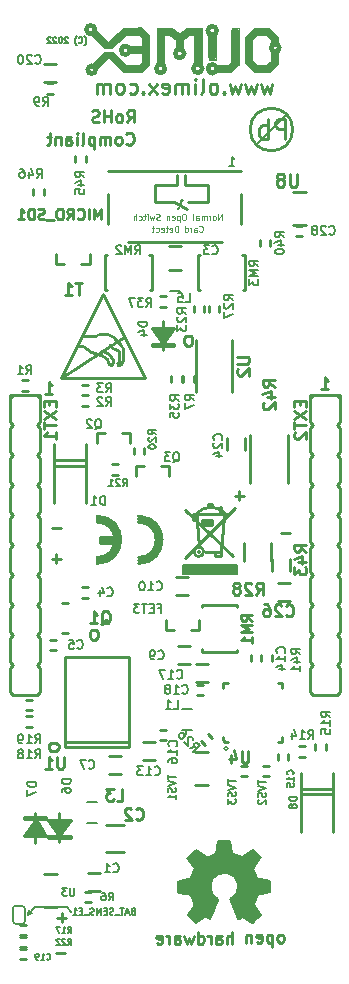
<source format=gbr>
G04 #@! TF.GenerationSoftware,KiCad,Pcbnew,5.1.6-c6e7f7d~87~ubuntu18.04.1*
G04 #@! TF.CreationDate,2022-06-10T14:43:55+03:00*
G04 #@! TF.ProjectId,ESP32-PoE_Rev_J,45535033-322d-4506-9f45-5f5265765f4a,J*
G04 #@! TF.SameCoordinates,Original*
G04 #@! TF.FileFunction,Legend,Bot*
G04 #@! TF.FilePolarity,Positive*
%FSLAX46Y46*%
G04 Gerber Fmt 4.6, Leading zero omitted, Abs format (unit mm)*
G04 Created by KiCad (PCBNEW 5.1.6-c6e7f7d~87~ubuntu18.04.1) date 2022-06-10 14:43:55*
%MOMM*%
%LPD*%
G01*
G04 APERTURE LIST*
%ADD10C,0.152400*%
%ADD11C,0.254000*%
%ADD12C,0.190500*%
%ADD13C,0.127000*%
%ADD14C,0.300000*%
%ADD15C,0.200000*%
%ADD16C,0.420000*%
%ADD17C,0.370000*%
%ADD18C,0.400000*%
%ADD19C,0.380000*%
%ADD20C,0.150000*%
%ADD21C,1.000000*%
%ADD22C,0.700000*%
%ADD23C,0.500000*%
%ADD24C,0.100000*%
%ADD25C,0.158750*%
%ADD26C,0.139700*%
%ADD27C,0.222250*%
%ADD28C,0.125000*%
G04 APERTURE END LIST*
D10*
X91694000Y-165989000D02*
X92075000Y-165862000D01*
X91694000Y-165989000D02*
X91821000Y-165608000D01*
X92329000Y-165354000D02*
X91694000Y-165989000D01*
X94996000Y-165354000D02*
X92329000Y-165354000D01*
X95377000Y-165735000D02*
X94996000Y-165354000D01*
D11*
X93719952Y-133277428D02*
X94494047Y-133277428D01*
X113150952Y-133658428D02*
X113925047Y-133658428D01*
X109988047Y-130501571D02*
X109213952Y-130501571D01*
X109601000Y-130888619D02*
X109601000Y-130114523D01*
X94494047Y-135835571D02*
X93719952Y-135835571D01*
X94107000Y-136222619D02*
X94107000Y-135448523D01*
X94100952Y-169218428D02*
X94875047Y-169218428D01*
X94560571Y-165855952D02*
X94560571Y-166630047D01*
X94947619Y-166243000D02*
X94173523Y-166243000D01*
D12*
X108748285Y-102579714D02*
X109183714Y-102579714D01*
X108966000Y-102579714D02*
X108966000Y-101817714D01*
X109038571Y-101926571D01*
X109111142Y-101999142D01*
X109183714Y-102035428D01*
D11*
X100027619Y-100692857D02*
X100076000Y-100741238D01*
X100221142Y-100789619D01*
X100317904Y-100789619D01*
X100463047Y-100741238D01*
X100559809Y-100644476D01*
X100608190Y-100547714D01*
X100656571Y-100354190D01*
X100656571Y-100209047D01*
X100608190Y-100015523D01*
X100559809Y-99918761D01*
X100463047Y-99822000D01*
X100317904Y-99773619D01*
X100221142Y-99773619D01*
X100076000Y-99822000D01*
X100027619Y-99870380D01*
X99447047Y-100789619D02*
X99543809Y-100741238D01*
X99592190Y-100692857D01*
X99640571Y-100596095D01*
X99640571Y-100305809D01*
X99592190Y-100209047D01*
X99543809Y-100160666D01*
X99447047Y-100112285D01*
X99301904Y-100112285D01*
X99205142Y-100160666D01*
X99156761Y-100209047D01*
X99108380Y-100305809D01*
X99108380Y-100596095D01*
X99156761Y-100692857D01*
X99205142Y-100741238D01*
X99301904Y-100789619D01*
X99447047Y-100789619D01*
X98672952Y-100789619D02*
X98672952Y-100112285D01*
X98672952Y-100209047D02*
X98624571Y-100160666D01*
X98527809Y-100112285D01*
X98382666Y-100112285D01*
X98285904Y-100160666D01*
X98237523Y-100257428D01*
X98237523Y-100789619D01*
X98237523Y-100257428D02*
X98189142Y-100160666D01*
X98092380Y-100112285D01*
X97947238Y-100112285D01*
X97850476Y-100160666D01*
X97802095Y-100257428D01*
X97802095Y-100789619D01*
X97318285Y-100112285D02*
X97318285Y-101128285D01*
X97318285Y-100160666D02*
X97221523Y-100112285D01*
X97028000Y-100112285D01*
X96931238Y-100160666D01*
X96882857Y-100209047D01*
X96834476Y-100305809D01*
X96834476Y-100596095D01*
X96882857Y-100692857D01*
X96931238Y-100741238D01*
X97028000Y-100789619D01*
X97221523Y-100789619D01*
X97318285Y-100741238D01*
X96253904Y-100789619D02*
X96350666Y-100741238D01*
X96399047Y-100644476D01*
X96399047Y-99773619D01*
X95866857Y-100789619D02*
X95866857Y-100112285D01*
X95866857Y-99773619D02*
X95915238Y-99822000D01*
X95866857Y-99870380D01*
X95818476Y-99822000D01*
X95866857Y-99773619D01*
X95866857Y-99870380D01*
X94947619Y-100789619D02*
X94947619Y-100257428D01*
X94996000Y-100160666D01*
X95092761Y-100112285D01*
X95286285Y-100112285D01*
X95383047Y-100160666D01*
X94947619Y-100741238D02*
X95044380Y-100789619D01*
X95286285Y-100789619D01*
X95383047Y-100741238D01*
X95431428Y-100644476D01*
X95431428Y-100547714D01*
X95383047Y-100450952D01*
X95286285Y-100402571D01*
X95044380Y-100402571D01*
X94947619Y-100354190D01*
X94463809Y-100112285D02*
X94463809Y-100789619D01*
X94463809Y-100209047D02*
X94415428Y-100160666D01*
X94318666Y-100112285D01*
X94173523Y-100112285D01*
X94076761Y-100160666D01*
X94028380Y-100257428D01*
X94028380Y-100789619D01*
X93689714Y-100112285D02*
X93302666Y-100112285D01*
X93544571Y-99773619D02*
X93544571Y-100644476D01*
X93496190Y-100741238D01*
X93399428Y-100789619D01*
X93302666Y-100789619D01*
X100094142Y-98884619D02*
X100432809Y-98400809D01*
X100674714Y-98884619D02*
X100674714Y-97868619D01*
X100287666Y-97868619D01*
X100190904Y-97917000D01*
X100142523Y-97965380D01*
X100094142Y-98062142D01*
X100094142Y-98207285D01*
X100142523Y-98304047D01*
X100190904Y-98352428D01*
X100287666Y-98400809D01*
X100674714Y-98400809D01*
X99513571Y-98884619D02*
X99610333Y-98836238D01*
X99658714Y-98787857D01*
X99707095Y-98691095D01*
X99707095Y-98400809D01*
X99658714Y-98304047D01*
X99610333Y-98255666D01*
X99513571Y-98207285D01*
X99368428Y-98207285D01*
X99271666Y-98255666D01*
X99223285Y-98304047D01*
X99174904Y-98400809D01*
X99174904Y-98691095D01*
X99223285Y-98787857D01*
X99271666Y-98836238D01*
X99368428Y-98884619D01*
X99513571Y-98884619D01*
X98739476Y-98884619D02*
X98739476Y-97868619D01*
X98739476Y-98352428D02*
X98158904Y-98352428D01*
X98158904Y-98884619D02*
X98158904Y-97868619D01*
X97723476Y-98836238D02*
X97578333Y-98884619D01*
X97336428Y-98884619D01*
X97239666Y-98836238D01*
X97191285Y-98787857D01*
X97142904Y-98691095D01*
X97142904Y-98594333D01*
X97191285Y-98497571D01*
X97239666Y-98449190D01*
X97336428Y-98400809D01*
X97529952Y-98352428D01*
X97626714Y-98304047D01*
X97675095Y-98255666D01*
X97723476Y-98158904D01*
X97723476Y-98062142D01*
X97675095Y-97965380D01*
X97626714Y-97917000D01*
X97529952Y-97868619D01*
X97288047Y-97868619D01*
X97142904Y-97917000D01*
X116549714Y-121490619D02*
X117130285Y-121490619D01*
X116840000Y-121490619D02*
X116840000Y-120474619D01*
X116936761Y-120619761D01*
X117033523Y-120716523D01*
X117130285Y-120764904D01*
X93181714Y-121871619D02*
X93762285Y-121871619D01*
X93472000Y-121871619D02*
X93472000Y-120855619D01*
X93568761Y-121000761D01*
X93665523Y-121097523D01*
X93762285Y-121145904D01*
D13*
X96483714Y-92371333D02*
X96507904Y-92347142D01*
X96556285Y-92274571D01*
X96580476Y-92226190D01*
X96604666Y-92153619D01*
X96628857Y-92032666D01*
X96628857Y-91935904D01*
X96604666Y-91814952D01*
X96580476Y-91742380D01*
X96556285Y-91694000D01*
X96507904Y-91621428D01*
X96483714Y-91597238D01*
X95999904Y-92129428D02*
X96024095Y-92153619D01*
X96096666Y-92177809D01*
X96145047Y-92177809D01*
X96217619Y-92153619D01*
X96266000Y-92105238D01*
X96290190Y-92056857D01*
X96314380Y-91960095D01*
X96314380Y-91887523D01*
X96290190Y-91790761D01*
X96266000Y-91742380D01*
X96217619Y-91694000D01*
X96145047Y-91669809D01*
X96096666Y-91669809D01*
X96024095Y-91694000D01*
X95999904Y-91718190D01*
X95830571Y-92371333D02*
X95806380Y-92347142D01*
X95758000Y-92274571D01*
X95733809Y-92226190D01*
X95709619Y-92153619D01*
X95685428Y-92032666D01*
X95685428Y-91935904D01*
X95709619Y-91814952D01*
X95733809Y-91742380D01*
X95758000Y-91694000D01*
X95806380Y-91621428D01*
X95830571Y-91597238D01*
X95080666Y-91718190D02*
X95056476Y-91694000D01*
X95008095Y-91669809D01*
X94887142Y-91669809D01*
X94838761Y-91694000D01*
X94814571Y-91718190D01*
X94790380Y-91766571D01*
X94790380Y-91814952D01*
X94814571Y-91887523D01*
X95104857Y-92177809D01*
X94790380Y-92177809D01*
X94475904Y-91669809D02*
X94427523Y-91669809D01*
X94379142Y-91694000D01*
X94354952Y-91718190D01*
X94330761Y-91766571D01*
X94306571Y-91863333D01*
X94306571Y-91984285D01*
X94330761Y-92081047D01*
X94354952Y-92129428D01*
X94379142Y-92153619D01*
X94427523Y-92177809D01*
X94475904Y-92177809D01*
X94524285Y-92153619D01*
X94548476Y-92129428D01*
X94572666Y-92081047D01*
X94596857Y-91984285D01*
X94596857Y-91863333D01*
X94572666Y-91766571D01*
X94548476Y-91718190D01*
X94524285Y-91694000D01*
X94475904Y-91669809D01*
X94113047Y-91718190D02*
X94088857Y-91694000D01*
X94040476Y-91669809D01*
X93919523Y-91669809D01*
X93871142Y-91694000D01*
X93846952Y-91718190D01*
X93822761Y-91766571D01*
X93822761Y-91814952D01*
X93846952Y-91887523D01*
X94137238Y-92177809D01*
X93822761Y-92177809D01*
X93629238Y-91718190D02*
X93605047Y-91694000D01*
X93556666Y-91669809D01*
X93435714Y-91669809D01*
X93387333Y-91694000D01*
X93363142Y-91718190D01*
X93338952Y-91766571D01*
X93338952Y-91814952D01*
X93363142Y-91887523D01*
X93653428Y-92177809D01*
X93338952Y-92177809D01*
D11*
X112401047Y-95612857D02*
X112159142Y-96459523D01*
X111917238Y-95854761D01*
X111675333Y-96459523D01*
X111433428Y-95612857D01*
X111070571Y-95612857D02*
X110828666Y-96459523D01*
X110586761Y-95854761D01*
X110344857Y-96459523D01*
X110102952Y-95612857D01*
X109740095Y-95612857D02*
X109498190Y-96459523D01*
X109256285Y-95854761D01*
X109014380Y-96459523D01*
X108772476Y-95612857D01*
X108288666Y-96338571D02*
X108228190Y-96399047D01*
X108288666Y-96459523D01*
X108349142Y-96399047D01*
X108288666Y-96338571D01*
X108288666Y-96459523D01*
X107502476Y-96459523D02*
X107623428Y-96399047D01*
X107683904Y-96338571D01*
X107744380Y-96217619D01*
X107744380Y-95854761D01*
X107683904Y-95733809D01*
X107623428Y-95673333D01*
X107502476Y-95612857D01*
X107321047Y-95612857D01*
X107200095Y-95673333D01*
X107139619Y-95733809D01*
X107079142Y-95854761D01*
X107079142Y-96217619D01*
X107139619Y-96338571D01*
X107200095Y-96399047D01*
X107321047Y-96459523D01*
X107502476Y-96459523D01*
X106353428Y-96459523D02*
X106474380Y-96399047D01*
X106534857Y-96278095D01*
X106534857Y-95189523D01*
X105869619Y-96459523D02*
X105869619Y-95612857D01*
X105869619Y-95189523D02*
X105930095Y-95250000D01*
X105869619Y-95310476D01*
X105809142Y-95250000D01*
X105869619Y-95189523D01*
X105869619Y-95310476D01*
X105264857Y-96459523D02*
X105264857Y-95612857D01*
X105264857Y-95733809D02*
X105204380Y-95673333D01*
X105083428Y-95612857D01*
X104902000Y-95612857D01*
X104781047Y-95673333D01*
X104720571Y-95794285D01*
X104720571Y-96459523D01*
X104720571Y-95794285D02*
X104660095Y-95673333D01*
X104539142Y-95612857D01*
X104357714Y-95612857D01*
X104236761Y-95673333D01*
X104176285Y-95794285D01*
X104176285Y-96459523D01*
X103087714Y-96399047D02*
X103208666Y-96459523D01*
X103450571Y-96459523D01*
X103571523Y-96399047D01*
X103632000Y-96278095D01*
X103632000Y-95794285D01*
X103571523Y-95673333D01*
X103450571Y-95612857D01*
X103208666Y-95612857D01*
X103087714Y-95673333D01*
X103027238Y-95794285D01*
X103027238Y-95915238D01*
X103632000Y-96036190D01*
X102603904Y-96459523D02*
X101938666Y-95612857D01*
X102603904Y-95612857D02*
X101938666Y-96459523D01*
X101454857Y-96338571D02*
X101394380Y-96399047D01*
X101454857Y-96459523D01*
X101515333Y-96399047D01*
X101454857Y-96338571D01*
X101454857Y-96459523D01*
X100305809Y-96399047D02*
X100426761Y-96459523D01*
X100668666Y-96459523D01*
X100789619Y-96399047D01*
X100850095Y-96338571D01*
X100910571Y-96217619D01*
X100910571Y-95854761D01*
X100850095Y-95733809D01*
X100789619Y-95673333D01*
X100668666Y-95612857D01*
X100426761Y-95612857D01*
X100305809Y-95673333D01*
X99580095Y-96459523D02*
X99701047Y-96399047D01*
X99761523Y-96338571D01*
X99822000Y-96217619D01*
X99822000Y-95854761D01*
X99761523Y-95733809D01*
X99701047Y-95673333D01*
X99580095Y-95612857D01*
X99398666Y-95612857D01*
X99277714Y-95673333D01*
X99217238Y-95733809D01*
X99156761Y-95854761D01*
X99156761Y-96217619D01*
X99217238Y-96338571D01*
X99277714Y-96399047D01*
X99398666Y-96459523D01*
X99580095Y-96459523D01*
X98612476Y-96459523D02*
X98612476Y-95612857D01*
X98612476Y-95733809D02*
X98552000Y-95673333D01*
X98431047Y-95612857D01*
X98249619Y-95612857D01*
X98128666Y-95673333D01*
X98068190Y-95794285D01*
X98068190Y-96459523D01*
X98068190Y-95794285D02*
X98007714Y-95673333D01*
X97886761Y-95612857D01*
X97705333Y-95612857D01*
X97584380Y-95673333D01*
X97523904Y-95794285D01*
X97523904Y-96459523D01*
X112395000Y-136906000D02*
X112395000Y-135890000D01*
X113919000Y-136906000D02*
X113919000Y-135890000D01*
X113741000Y-125323200D02*
X113741000Y-129387200D01*
X110541000Y-125323200D02*
X110541000Y-129387200D01*
X108942000Y-117307000D02*
X108942000Y-121707000D01*
X105942000Y-117307000D02*
X105942000Y-121707000D01*
D13*
X96723200Y-158242000D02*
X97561400Y-158242000D01*
X96723200Y-156464000D02*
X97561400Y-156464000D01*
D11*
X92316300Y-159867600D02*
X92316300Y-157391100D01*
X93268800Y-159283400D02*
X92354400Y-157911800D01*
X92354400Y-157911800D02*
X91363800Y-159283400D01*
X93268800Y-157911800D02*
X91363800Y-157911800D01*
X93268800Y-159283400D02*
X91363800Y-159283400D01*
X93268800Y-157734000D02*
X91363800Y-157734000D01*
X91363800Y-157911800D02*
X91363800Y-157734000D01*
X93268800Y-157911800D02*
X93268800Y-157734000D01*
X91567000Y-159131000D02*
X93091000Y-159131000D01*
X92964000Y-159004000D02*
X91694000Y-159004000D01*
X91821000Y-158877000D02*
X92964000Y-158877000D01*
X92710000Y-158750000D02*
X91821000Y-158750000D01*
X92710000Y-158623000D02*
X91948000Y-158623000D01*
X92583000Y-158496000D02*
X91948000Y-158496000D01*
X92456000Y-158369000D02*
X92075000Y-158369000D01*
X106984800Y-155018700D02*
X105854500Y-155018700D01*
X106984800Y-152212000D02*
X105854500Y-152212000D01*
X111887000Y-154241500D02*
X112141000Y-154241500D01*
X111887000Y-154241500D02*
X111633000Y-154241500D01*
X111887000Y-153352500D02*
X111633000Y-153352500D01*
X111887000Y-153352500D02*
X112141000Y-153352500D01*
X102997000Y-117221000D02*
X103378000Y-117221000D01*
X102870000Y-117094000D02*
X103505000Y-117094000D01*
X102743000Y-116967000D02*
X103505000Y-116967000D01*
X102743000Y-116840000D02*
X103632000Y-116840000D01*
X103632000Y-116713000D02*
X102489000Y-116713000D01*
X102489000Y-116586000D02*
X103759000Y-116586000D01*
X103886000Y-116459000D02*
X102362000Y-116459000D01*
X102184200Y-117678200D02*
X102184200Y-117856000D01*
X104089200Y-117678200D02*
X104089200Y-117856000D01*
X102184200Y-117856000D02*
X104089200Y-117856000D01*
X102184200Y-116306600D02*
X104089200Y-116306600D01*
X102184200Y-117678200D02*
X104089200Y-117678200D01*
X103098600Y-117678200D02*
X104089200Y-116306600D01*
X102184200Y-116306600D02*
X103098600Y-117678200D01*
X103136700Y-115722400D02*
X103136700Y-118198900D01*
X97814000Y-134239000D02*
X99064000Y-134239000D01*
X97814000Y-134489000D02*
X99064000Y-134489000D01*
X97814000Y-133989000D02*
X97814000Y-134489000D01*
X99064000Y-133989000D02*
X97814000Y-133989000D01*
X97564000Y-132239000D02*
X97564000Y-132739000D01*
X97564000Y-135739000D02*
X97564000Y-136239000D01*
X101064000Y-135739000D02*
X101064000Y-136239000D01*
X101064000Y-132239000D02*
X101064000Y-132739000D01*
X97564000Y-136239000D02*
G75*
G03*
X97564000Y-132239000I0J2000000D01*
G01*
D14*
X97613980Y-135989000D02*
G75*
G03*
X97614000Y-132489000I-49980J1750000D01*
G01*
D11*
X97564000Y-135739000D02*
G75*
G03*
X97564000Y-132739000I0J1500000D01*
G01*
D14*
X101113980Y-135989000D02*
G75*
G03*
X101114000Y-132489000I-49980J1750000D01*
G01*
D11*
X101064000Y-136239000D02*
G75*
G03*
X101064000Y-132239000I0J2000000D01*
G01*
X101064000Y-135739000D02*
G75*
G03*
X101064000Y-132739000I0J1500000D01*
G01*
X98552000Y-152527000D02*
X99568000Y-152527000D01*
X98552000Y-154051000D02*
X99568000Y-154051000D01*
X102946200Y-128016000D02*
X103657400Y-128016000D01*
X103657400Y-128854200D02*
X103657400Y-128016000D01*
X100812600Y-128854200D02*
X100812600Y-128016000D01*
X100812600Y-128016000D02*
X101523800Y-128016000D01*
X99641660Y-125181360D02*
X100352860Y-125181360D01*
X100352860Y-126019560D02*
X100352860Y-125181360D01*
X97508060Y-126019560D02*
X97508060Y-125181360D01*
X97508060Y-125181360D02*
X98219260Y-125181360D01*
X96926400Y-110871000D02*
X96215200Y-110871000D01*
X96926400Y-110032800D02*
X96926400Y-110871000D01*
X94081600Y-110032800D02*
X94081600Y-110871000D01*
X94792800Y-110871000D02*
X94081600Y-110871000D01*
D13*
X103708200Y-113157000D02*
X104546400Y-113157000D01*
X103708200Y-111379000D02*
X104546400Y-111379000D01*
D11*
X106197400Y-141859000D02*
X105486200Y-141859000D01*
X106197400Y-141020800D02*
X106197400Y-141859000D01*
X103352600Y-141020800D02*
X103352600Y-141859000D01*
X104063800Y-141859000D02*
X103352600Y-141859000D01*
D15*
X108634013Y-151892000D02*
G75*
G03*
X108634013Y-151892000I-176013J0D01*
G01*
D11*
X108645960Y-151343360D02*
X108419900Y-151343360D01*
X113243360Y-151343360D02*
X112842040Y-151343360D01*
X113243360Y-150942040D02*
X113243360Y-151343360D01*
X113243360Y-146344640D02*
X113243360Y-146745960D01*
X112842040Y-146344640D02*
X113243360Y-146344640D01*
X108244640Y-146344640D02*
X108645960Y-146344640D01*
X108244640Y-146745960D02*
X108244640Y-146344640D01*
X108244640Y-151168100D02*
X108244640Y-150942040D01*
X108419900Y-151343360D02*
X108244640Y-151168100D01*
X103124000Y-150304500D02*
X103378000Y-150304500D01*
X103124000Y-150304500D02*
X102870000Y-150304500D01*
X103124000Y-151193500D02*
X102870000Y-151193500D01*
X103124000Y-151193500D02*
X103378000Y-151193500D01*
X102489000Y-152908000D02*
X101473000Y-152908000D01*
X102489000Y-151384000D02*
X101473000Y-151384000D01*
X91313000Y-167830500D02*
X91059000Y-167830500D01*
X91313000Y-167830500D02*
X91567000Y-167830500D01*
X91313000Y-168719500D02*
X91567000Y-168719500D01*
X91313000Y-168719500D02*
X91059000Y-168719500D01*
X91313000Y-167703500D02*
X91567000Y-167703500D01*
X91313000Y-167703500D02*
X91059000Y-167703500D01*
X91313000Y-166814500D02*
X91059000Y-166814500D01*
X91313000Y-166814500D02*
X91567000Y-166814500D01*
X94373700Y-157378400D02*
X94373700Y-159854900D01*
X93421200Y-157962600D02*
X94335600Y-159334200D01*
X94335600Y-159334200D02*
X95326200Y-157962600D01*
X93421200Y-159334200D02*
X95326200Y-159334200D01*
X93421200Y-157962600D02*
X95326200Y-157962600D01*
X93421200Y-159512000D02*
X95326200Y-159512000D01*
X95326200Y-159334200D02*
X95326200Y-159512000D01*
X93421200Y-159334200D02*
X93421200Y-159512000D01*
X95123000Y-158115000D02*
X93599000Y-158115000D01*
X93726000Y-158242000D02*
X94996000Y-158242000D01*
X94869000Y-158369000D02*
X93726000Y-158369000D01*
X93980000Y-158496000D02*
X94869000Y-158496000D01*
X93980000Y-158623000D02*
X94742000Y-158623000D01*
X94107000Y-158750000D02*
X94742000Y-158750000D01*
X94234000Y-158877000D02*
X94615000Y-158877000D01*
X91313000Y-168846500D02*
X91059000Y-168846500D01*
X91313000Y-168846500D02*
X91567000Y-168846500D01*
X91313000Y-169735500D02*
X91567000Y-169735500D01*
X91313000Y-169735500D02*
X91059000Y-169735500D01*
X93599000Y-96456500D02*
X93853000Y-96456500D01*
X93599000Y-96456500D02*
X93345000Y-96456500D01*
X93599000Y-95567500D02*
X93345000Y-95567500D01*
X93599000Y-95567500D02*
X93853000Y-95567500D01*
X96774000Y-164020500D02*
X96520000Y-164020500D01*
X96774000Y-164020500D02*
X97028000Y-164020500D01*
X96774000Y-164909500D02*
X97028000Y-164909500D01*
X96774000Y-164909500D02*
X96520000Y-164909500D01*
X94157800Y-162560000D02*
X93027500Y-162560000D01*
X94157800Y-165366700D02*
X93027500Y-165366700D01*
D16*
X109557820Y-166164260D02*
X109006640Y-164741860D01*
D17*
X109903260Y-165978840D02*
X109585760Y-166184580D01*
D18*
X110693200Y-166527480D02*
X109913420Y-165996620D01*
D19*
X111269780Y-165989000D02*
X110705900Y-166527480D01*
D17*
X111254540Y-165989000D02*
X110721140Y-165155880D01*
X111079280Y-164228780D02*
X110721140Y-165112700D01*
X112057180Y-163987480D02*
X111107220Y-164205920D01*
D19*
X112047020Y-163210240D02*
X112052100Y-163997640D01*
D17*
X112059720Y-163197540D02*
X111041180Y-163017200D01*
X111010700Y-162981640D02*
X110662720Y-162115500D01*
X111239300Y-161213800D02*
X110683040Y-162064700D01*
D19*
X111249460Y-161190940D02*
X110749080Y-160657540D01*
D17*
X110700820Y-160632140D02*
X109872780Y-161284920D01*
X109811820Y-161274760D02*
X108966000Y-160868360D01*
X108706920Y-159834580D02*
X108912660Y-160848040D01*
X108714540Y-159821880D02*
X107929680Y-159821880D01*
X107947460Y-159842200D02*
X107734100Y-160860740D01*
X107734100Y-160860740D02*
X106832400Y-161310320D01*
X106819700Y-161305240D02*
X105915460Y-160670800D01*
X105915460Y-160672780D02*
X105361740Y-161218880D01*
X105361740Y-161221420D02*
X105978960Y-162011360D01*
X105978960Y-162011360D02*
X105638600Y-162948620D01*
X105638600Y-162948620D02*
X104556560Y-163177220D01*
X104556560Y-163177220D02*
X104556560Y-164012880D01*
X104556560Y-164012880D02*
X105570020Y-164183060D01*
X105570020Y-164183060D02*
X105976420Y-165094920D01*
X105925620Y-166542720D02*
X106761280Y-165976300D01*
X106761280Y-165976300D02*
X107099100Y-166161720D01*
X107099100Y-166161720D02*
X107673140Y-164721540D01*
X105976420Y-165094920D02*
X105356660Y-165981380D01*
X105910380Y-166535100D02*
X105356660Y-165989000D01*
D20*
X109476540Y-166344600D02*
X108826300Y-164675820D01*
X109860080Y-166141400D02*
X109514640Y-166362380D01*
X109872780Y-166131240D02*
X110698280Y-166695120D01*
X110705900Y-166702740D02*
X111427260Y-166009320D01*
X111434880Y-166006780D02*
X110837980Y-165143180D01*
X112196880Y-164099240D02*
X111125000Y-164294820D01*
X112196880Y-163106100D02*
X112196880Y-164091620D01*
X112199420Y-163103560D02*
X111028480Y-162900360D01*
X111130080Y-162905440D02*
X110794800Y-162072320D01*
X111391700Y-161221420D02*
X110797340Y-162074860D01*
X111412020Y-161185860D02*
X110738920Y-160472120D01*
X110726220Y-160469580D02*
X109755940Y-161185860D01*
X109791500Y-161117280D02*
X108887260Y-160738820D01*
X108803440Y-159722820D02*
X109004100Y-160748980D01*
X108793280Y-159715200D02*
X107828080Y-159715200D01*
X107828080Y-159715200D02*
X107602020Y-160886140D01*
X107612180Y-160804860D02*
X106807000Y-161142680D01*
X106926380Y-161190940D02*
X105915460Y-160517840D01*
X105910380Y-160515300D02*
X105216960Y-161206180D01*
X105211880Y-161213800D02*
X105915460Y-162204400D01*
X105826560Y-162095180D02*
X105460800Y-162963860D01*
X104523540Y-163865560D02*
X105630980Y-164089080D01*
X104439720Y-163123880D02*
X104442260Y-164081460D01*
X105577640Y-164312600D02*
X104454960Y-164101780D01*
X105473500Y-164279580D02*
X105854500Y-165260020D01*
X105506520Y-165915340D02*
X105991660Y-166446200D01*
X105902760Y-166690040D02*
X105219500Y-165999160D01*
X106789220Y-166075360D02*
X105912920Y-166695120D01*
X105925620Y-166380160D02*
X106746040Y-165851840D01*
X106608880Y-166047420D02*
X107137200Y-166375080D01*
X107137200Y-166375080D02*
X107523280Y-165394640D01*
X107528360Y-164696140D02*
X107000040Y-166077900D01*
X111904780Y-163294060D02*
X111904780Y-163944300D01*
X112047020Y-163349940D02*
X110931960Y-163103560D01*
X110517940Y-162082480D02*
X110904020Y-163080700D01*
X110512860Y-162087560D02*
X111114840Y-161178240D01*
X110756700Y-160733740D02*
X109872780Y-161455100D01*
X107485180Y-164754560D02*
X107307380Y-164632640D01*
X107307380Y-164632640D02*
X106931460Y-163921440D01*
X106931460Y-163921440D02*
X106931460Y-163403280D01*
X106926380Y-163415980D02*
X107160060Y-162742880D01*
X107160060Y-162742880D02*
X107670600Y-162313620D01*
X107670600Y-162313620D02*
X108485940Y-162153600D01*
X108485940Y-162145980D02*
X109357160Y-162575240D01*
X109357160Y-162575240D02*
X109776260Y-163306760D01*
X109781340Y-163311840D02*
X109649260Y-164134800D01*
X109644180Y-164165280D02*
X109550200Y-164335460D01*
X109644180Y-164165280D02*
X109550200Y-164335460D01*
X109420660Y-164386260D02*
X109161580Y-164724080D01*
X109052360Y-164500560D02*
X108826300Y-164675820D01*
X107551220Y-164503100D02*
X107805220Y-164668200D01*
X107688380Y-164957760D02*
X107810300Y-164673280D01*
X109867700Y-161452560D02*
X108884720Y-160959800D01*
X109537500Y-164365940D02*
X109230160Y-164632640D01*
D21*
X110553500Y-165795960D02*
X109700060Y-164774880D01*
X111589820Y-163591240D02*
X110172500Y-163530280D01*
X110604300Y-161305240D02*
X109542580Y-162412680D01*
X108343700Y-160329880D02*
X108338620Y-161843720D01*
X106078020Y-161386520D02*
X107190540Y-162453320D01*
X105087420Y-163570920D02*
X106555540Y-163657280D01*
X109877860Y-165623240D02*
X109512100Y-164861240D01*
X110543340Y-164724080D02*
X109979460Y-164244020D01*
X110792260Y-164078920D02*
X110086140Y-163951920D01*
X110467140Y-162834320D02*
X110025180Y-162994340D01*
X110291880Y-162354260D02*
X109834680Y-162643820D01*
X109293660Y-161577020D02*
X109118400Y-161935160D01*
X108859320Y-161317940D02*
X108691680Y-161927540D01*
X107594400Y-161333180D02*
X107815380Y-162018980D01*
X107007660Y-161584640D02*
X107426760Y-162171380D01*
X106138980Y-162453320D02*
X106794300Y-162819080D01*
X105897680Y-163146740D02*
X106619040Y-163294060D01*
X106733340Y-164304980D02*
X106123740Y-164411660D01*
X107053380Y-164724080D02*
X106436160Y-165051740D01*
X107167680Y-164861240D02*
X105986580Y-165874700D01*
X107167680Y-164769800D02*
X106834940Y-165501320D01*
D17*
X109232700Y-162697160D02*
G75*
G02*
X109156500Y-164551360I-965200J-889000D01*
G01*
X107281980Y-162869880D02*
G75*
G02*
X109207300Y-162671760I1061720J-863600D01*
G01*
X107662980Y-164719000D02*
G75*
G02*
X107292140Y-162854640I746760J1117600D01*
G01*
D11*
X96520000Y-121983500D02*
X96774000Y-121983500D01*
X96520000Y-121983500D02*
X96266000Y-121983500D01*
X96520000Y-121094500D02*
X96266000Y-121094500D01*
X96520000Y-121094500D02*
X96774000Y-121094500D01*
X105283000Y-137414000D02*
X104267000Y-137414000D01*
X105283000Y-138938000D02*
X104267000Y-138938000D01*
D18*
X112973747Y-92583000D02*
G75*
G03*
X112973747Y-92583000I-337447J0D01*
G01*
D22*
X112649000Y-91808300D02*
X112141000Y-91300300D01*
X111048800Y-91224100D02*
X110413800Y-91833700D01*
X110439200Y-93789500D02*
X110998000Y-94373700D01*
X108813600Y-94386400D02*
X109270800Y-93929200D01*
X107827800Y-94386400D02*
X108813600Y-94386400D01*
D18*
X107681324Y-94361000D02*
G75*
G03*
X107681324Y-94361000I-366324J0D01*
G01*
D22*
X107315000Y-91668600D02*
X107315000Y-93268800D01*
D18*
X107675818Y-91135200D02*
G75*
G03*
X107675818Y-91135200I-373518J0D01*
G01*
X106442759Y-94335600D02*
G75*
G03*
X106442759Y-94335600I-359659J0D01*
G01*
D22*
X106095800Y-93827600D02*
X106095800Y-91236800D01*
X106095800Y-91236800D02*
X105257600Y-91236800D01*
X105257600Y-91236800D02*
X104648000Y-91744800D01*
X104546400Y-92532200D02*
X104546400Y-91821000D01*
X104470200Y-91744800D02*
X103835200Y-91236800D01*
D18*
X104917318Y-93065600D02*
G75*
G03*
X104917318Y-93065600I-370918J0D01*
G01*
D22*
X103835200Y-91236800D02*
X102946200Y-91236800D01*
D18*
X103296729Y-94348300D02*
G75*
G03*
X103296729Y-94348300I-363229J0D01*
G01*
X97433666Y-94437200D02*
G75*
G03*
X97433666Y-94437200I-329466J0D01*
G01*
D22*
X97434400Y-94081600D02*
X98272600Y-93268800D01*
D23*
X98780600Y-93167200D02*
X98247200Y-93167200D01*
D22*
X99923600Y-94386400D02*
X98780600Y-93268800D01*
X101244400Y-94386400D02*
X99923600Y-94386400D01*
X101676200Y-93954600D02*
X101244400Y-94386400D01*
X101676200Y-91719400D02*
X101676200Y-93954600D01*
X101676200Y-91694000D02*
X101193600Y-91186000D01*
X101145500Y-91211400D02*
X99923600Y-91211400D01*
X99923600Y-91211400D02*
X98831400Y-92278200D01*
D23*
X98806000Y-92392500D02*
X98247200Y-92392500D01*
D22*
X97383600Y-91401900D02*
X98247200Y-92295600D01*
D18*
X97374735Y-91046300D02*
G75*
G03*
X97374735Y-91046300I-359435J0D01*
G01*
D22*
X100457000Y-92786200D02*
X101676200Y-92786200D01*
D18*
X100308659Y-92786200D02*
G75*
G03*
X100308659Y-92786200I-359659J0D01*
G01*
D22*
X112077500Y-94399100D02*
X111036100Y-94399100D01*
X112636300Y-93840300D02*
X112636300Y-93078300D01*
X112649000Y-93827600D02*
X112064800Y-94399100D01*
X112649000Y-91859100D02*
X112649000Y-92100400D01*
X110426500Y-91821000D02*
X110426500Y-93751400D01*
X111048800Y-91211400D02*
X112052100Y-91211400D01*
X102933500Y-91224100D02*
X102933500Y-93827600D01*
X109270800Y-93941900D02*
X109270800Y-91211400D01*
D24*
X109270800Y-90868500D02*
X109550200Y-90868500D01*
X109575600Y-90868500D02*
X109575600Y-94018100D01*
X109562900Y-90868500D02*
X109575600Y-90868500D01*
X109550200Y-90868500D02*
X109562900Y-90868500D01*
X109435900Y-90957400D02*
X109499400Y-90944700D01*
X108953300Y-90868500D02*
X108953300Y-93903800D01*
X109258100Y-90868500D02*
X108953300Y-90868500D01*
X109131100Y-90944700D02*
X109016800Y-90944700D01*
X107632500Y-91554300D02*
X107632500Y-93573600D01*
X106997500Y-93573600D02*
X106997500Y-91554300D01*
X107022900Y-93573600D02*
X106997500Y-93573600D01*
X107632500Y-93573600D02*
X107022900Y-93573600D01*
X107492800Y-93510100D02*
X107556300Y-93510100D01*
X107149900Y-93510100D02*
X107061000Y-93510100D01*
X106413300Y-93916500D02*
X106413300Y-90932000D01*
X105168700Y-90919300D02*
X104584500Y-91401900D01*
X106413300Y-90919300D02*
X105168700Y-90919300D01*
X106260900Y-90982800D02*
X106337100Y-90982800D01*
X102603300Y-93941900D02*
X102603300Y-90932000D01*
X103924100Y-90919300D02*
X104546400Y-91414600D01*
X103898700Y-90919300D02*
X103924100Y-90919300D01*
X102603300Y-90919300D02*
X103898700Y-90919300D01*
X102603300Y-90932000D02*
X102603300Y-90919300D01*
X102755700Y-90995500D02*
X102654100Y-90995500D01*
X99809300Y-90881200D02*
X98552000Y-92125800D01*
X99860100Y-90881200D02*
X99809300Y-90881200D01*
X101231700Y-90881200D02*
X99860100Y-90881200D01*
D13*
X106299000Y-135255000D02*
G75*
G03*
X106299000Y-135255000I-127000J0D01*
G01*
D11*
X107315000Y-131191000D02*
X107315000Y-131318000D01*
X107315000Y-131318000D02*
X106934000Y-131318000D01*
X106934000Y-131318000D02*
X106934000Y-131191000D01*
X106934000Y-131191000D02*
X107315000Y-131191000D01*
X107188000Y-132715000D02*
X106553000Y-132715000D01*
X107315000Y-132588000D02*
X106426000Y-132588000D01*
X106426000Y-132588000D02*
X106426000Y-132969000D01*
X106426000Y-132969000D02*
X107315000Y-132969000D01*
X107315000Y-132969000D02*
X107315000Y-132588000D01*
X105918000Y-132588000D02*
X105918000Y-132207000D01*
X105918000Y-132207000D02*
X105791000Y-132207000D01*
X105791000Y-132207000D02*
X105791000Y-132588000D01*
X105918000Y-132207000D02*
X105918000Y-132334000D01*
X105918000Y-132080000D02*
X105791000Y-132461000D01*
X105918000Y-132207000D02*
X105918000Y-132334000D01*
X106045000Y-132080000D02*
X106045000Y-132588000D01*
X106045000Y-132588000D02*
X105664000Y-132588000D01*
X105664000Y-132588000D02*
X105664000Y-132080000D01*
X108077000Y-131953000D02*
X108077000Y-131445000D01*
X108077000Y-131445000D02*
X107950000Y-131445000D01*
X107950000Y-131445000D02*
X107950000Y-131953000D01*
X106573609Y-135255000D02*
G75*
G03*
X106573609Y-135255000I-401609J0D01*
G01*
X106172000Y-134747000D02*
X106045000Y-132715000D01*
X108077000Y-135255000D02*
X108077000Y-135636000D01*
X108077000Y-135636000D02*
X107569000Y-135636000D01*
X107569000Y-135636000D02*
X107569000Y-135382000D01*
X108585000Y-132080000D02*
X105664000Y-132080000D01*
X108077000Y-135255000D02*
X108331000Y-132207000D01*
X108077000Y-135255000D02*
X106680000Y-135255000D01*
X109093000Y-135636000D02*
X105029000Y-131699000D01*
X109220000Y-131572000D02*
X105029000Y-135763000D01*
D20*
X109375200Y-137008400D02*
X104955600Y-137008400D01*
X104955600Y-136906800D02*
X109324400Y-136906800D01*
X109375200Y-136703600D02*
X104904800Y-136703600D01*
X109375200Y-136551200D02*
X104955600Y-136551200D01*
X104904800Y-136805200D02*
X109324400Y-136805200D01*
X104904800Y-136652800D02*
X109324400Y-136652800D01*
X109375200Y-136500400D02*
X104904800Y-136500400D01*
X104904800Y-136398800D02*
X109324400Y-136398800D01*
X104854000Y-137110000D02*
X109426000Y-137110000D01*
X109426000Y-137110000D02*
X109426000Y-136348000D01*
X109426000Y-136348000D02*
X104854000Y-136348000D01*
X104854000Y-136348000D02*
X104854000Y-137110000D01*
D11*
X106045000Y-131953000D02*
G75*
G02*
X108331000Y-131953000I1143000J-1143000D01*
G01*
X114121037Y-99501960D02*
G75*
G03*
X114121037Y-99501960I-1802237J0D01*
G01*
D15*
X111158020Y-100665280D02*
X113591340Y-98244660D01*
D11*
X104648000Y-109347000D02*
X103632000Y-109347000D01*
X104648000Y-111379000D02*
X103632000Y-111379000D01*
X110553500Y-144272000D02*
X110553500Y-144526000D01*
X110553500Y-144272000D02*
X110553500Y-144018000D01*
X111442500Y-144272000D02*
X111442500Y-144018000D01*
X111442500Y-144272000D02*
X111442500Y-144526000D01*
X106299000Y-147383500D02*
X106553000Y-147383500D01*
X106299000Y-147383500D02*
X106045000Y-147383500D01*
X106299000Y-146494500D02*
X106045000Y-146494500D01*
X106299000Y-146494500D02*
X106553000Y-146494500D01*
X112839500Y-152654000D02*
X112839500Y-152908000D01*
X112839500Y-152654000D02*
X112839500Y-152400000D01*
X113728500Y-152654000D02*
X113728500Y-152400000D01*
X113728500Y-152654000D02*
X113728500Y-152908000D01*
X92138500Y-104775000D02*
X92138500Y-105029000D01*
X92138500Y-104775000D02*
X92138500Y-104521000D01*
X93027500Y-104775000D02*
X93027500Y-104521000D01*
X93027500Y-104775000D02*
X93027500Y-105029000D01*
X111315500Y-109093000D02*
X111315500Y-109347000D01*
X111315500Y-109093000D02*
X111315500Y-108839000D01*
X112204500Y-109093000D02*
X112204500Y-108839000D01*
X112204500Y-109093000D02*
X112204500Y-109347000D01*
X104711500Y-120650000D02*
X104711500Y-120396000D01*
X104711500Y-120650000D02*
X104711500Y-120904000D01*
X103822500Y-120650000D02*
X103822500Y-120904000D01*
X103822500Y-120650000D02*
X103822500Y-120396000D01*
X106514481Y-151466099D02*
X106694086Y-151645704D01*
X106514481Y-151466099D02*
X106334876Y-151286494D01*
X107143099Y-150837481D02*
X106963494Y-150657876D01*
X107143099Y-150837481D02*
X107322704Y-151017086D01*
X116014500Y-151765000D02*
X116014500Y-152019000D01*
X116014500Y-151765000D02*
X116014500Y-151511000D01*
X116903500Y-151765000D02*
X116903500Y-151511000D01*
X116903500Y-151765000D02*
X116903500Y-152019000D01*
X114935000Y-151701500D02*
X114681000Y-151701500D01*
X114935000Y-151701500D02*
X115189000Y-151701500D01*
X114935000Y-152590500D02*
X115189000Y-152590500D01*
X114935000Y-152590500D02*
X114681000Y-152590500D01*
X96520000Y-121983500D02*
X96266000Y-121983500D01*
X96520000Y-121983500D02*
X96774000Y-121983500D01*
X96520000Y-122872500D02*
X96774000Y-122872500D01*
X96520000Y-122872500D02*
X96266000Y-122872500D01*
X91440000Y-120713500D02*
X91186000Y-120713500D01*
X91440000Y-120713500D02*
X91694000Y-120713500D01*
X91440000Y-121602500D02*
X91694000Y-121602500D01*
X91440000Y-121602500D02*
X91186000Y-121602500D01*
X91821000Y-148653500D02*
X92075000Y-148653500D01*
X91821000Y-148653500D02*
X91567000Y-148653500D01*
X91821000Y-147764500D02*
X91567000Y-147764500D01*
X91821000Y-147764500D02*
X92075000Y-147764500D01*
X91821000Y-150050500D02*
X92075000Y-150050500D01*
X91821000Y-150050500D02*
X91567000Y-150050500D01*
X91821000Y-149161500D02*
X91567000Y-149161500D01*
X91821000Y-149161500D02*
X92075000Y-149161500D01*
X115570000Y-121950000D02*
X118110000Y-121950000D01*
X117856000Y-127030000D02*
X118110000Y-127284000D01*
X118110000Y-126776000D02*
X117856000Y-127030000D01*
X118110000Y-124236000D02*
X118110000Y-122458000D01*
X117856000Y-124490000D02*
X118110000Y-124236000D01*
X118110000Y-124744000D02*
X117856000Y-124490000D01*
X118110000Y-126776000D02*
X118110000Y-124744000D01*
X118110000Y-122458000D02*
X118110000Y-121950000D01*
X118110000Y-122204000D02*
X117856000Y-121950000D01*
X115824000Y-121950000D02*
X115570000Y-122204000D01*
X118110000Y-129316000D02*
X118110000Y-127284000D01*
X117856000Y-129570000D02*
X118110000Y-129316000D01*
X118110000Y-132364000D02*
X117856000Y-132110000D01*
X118110000Y-131856000D02*
X118110000Y-129824000D01*
X117856000Y-132110000D02*
X118110000Y-131856000D01*
X115570000Y-131856000D02*
X115824000Y-132110000D01*
X115570000Y-129824000D02*
X115570000Y-131856000D01*
X115824000Y-129570000D02*
X115570000Y-129824000D01*
X115570000Y-129316000D02*
X115824000Y-129570000D01*
X115570000Y-127284000D02*
X115570000Y-129316000D01*
X115824000Y-127030000D02*
X115570000Y-127284000D01*
X115570000Y-126776000D02*
X115824000Y-127030000D01*
X115570000Y-124744000D02*
X115570000Y-126776000D01*
X115824000Y-124490000D02*
X115570000Y-124744000D01*
X115570000Y-124236000D02*
X115824000Y-124490000D01*
X115570000Y-122204000D02*
X115570000Y-124236000D01*
X115570000Y-121950000D02*
X115570000Y-122204000D01*
X115824000Y-132110000D02*
X115570000Y-132364000D01*
X115570000Y-132364000D02*
X115570000Y-134396000D01*
X115570000Y-136936000D02*
X115824000Y-137190000D01*
X118110000Y-134396000D02*
X118110000Y-132364000D01*
X118110000Y-129824000D02*
X117856000Y-129570000D01*
X117856000Y-137190000D02*
X118110000Y-136936000D01*
X115570000Y-134904000D02*
X115570000Y-136936000D01*
X115824000Y-134650000D02*
X115570000Y-134904000D01*
X118110000Y-136936000D02*
X118110000Y-134904000D01*
X117856000Y-134650000D02*
X118110000Y-134396000D01*
X118110000Y-134904000D02*
X117856000Y-134650000D01*
X115570000Y-134396000D02*
X115824000Y-134650000D01*
X115570000Y-136936000D02*
X115824000Y-137190000D01*
X117856000Y-137190000D02*
X118110000Y-136936000D01*
X118110000Y-136936000D02*
X118110000Y-134904000D01*
X115570000Y-134904000D02*
X115570000Y-136936000D01*
X115824000Y-134650000D02*
X115570000Y-134904000D01*
X118110000Y-134904000D02*
X117856000Y-134650000D01*
X118110000Y-139984000D02*
X117856000Y-139730000D01*
X115824000Y-139730000D02*
X115570000Y-139984000D01*
X115570000Y-139984000D02*
X115570000Y-142016000D01*
X118110000Y-142016000D02*
X118110000Y-139984000D01*
X117856000Y-142270000D02*
X118110000Y-142016000D01*
X115570000Y-142016000D02*
X115824000Y-142270000D01*
X115570000Y-139476000D02*
X115824000Y-139730000D01*
X118110000Y-139984000D02*
X117856000Y-139730000D01*
X117856000Y-139730000D02*
X118110000Y-139476000D01*
X118110000Y-142016000D02*
X118110000Y-139984000D01*
X115824000Y-139730000D02*
X115570000Y-139984000D01*
X115570000Y-139984000D02*
X115570000Y-142016000D01*
X117856000Y-142270000D02*
X118110000Y-142016000D01*
X118110000Y-139476000D02*
X118110000Y-137444000D01*
X115570000Y-142016000D02*
X115824000Y-142270000D01*
X115570000Y-137444000D02*
X115570000Y-139476000D01*
X115824000Y-137190000D02*
X115570000Y-137444000D01*
X118110000Y-137444000D02*
X117856000Y-137190000D01*
X118110000Y-142524000D02*
X117856000Y-142270000D01*
X115824000Y-142270000D02*
X115570000Y-142524000D01*
X115570000Y-142524000D02*
X115570000Y-144556000D01*
X115570000Y-147096000D02*
X115824000Y-147350000D01*
X118110000Y-144556000D02*
X118110000Y-142524000D01*
X117856000Y-147350000D02*
X118110000Y-147096000D01*
X115824000Y-147350000D02*
X117856000Y-147350000D01*
X115570000Y-145064000D02*
X115570000Y-147096000D01*
X115824000Y-144810000D02*
X115570000Y-145064000D01*
X118110000Y-147096000D02*
X118110000Y-145064000D01*
X117856000Y-144810000D02*
X118110000Y-144556000D01*
X118110000Y-145064000D02*
X117856000Y-144810000D01*
X115570000Y-144556000D02*
X115824000Y-144810000D01*
X115570000Y-147096000D02*
X115824000Y-147350000D01*
X117856000Y-147350000D02*
X118110000Y-147096000D01*
X118110000Y-147096000D02*
X118110000Y-145064000D01*
X115570000Y-145064000D02*
X115570000Y-147096000D01*
X115824000Y-144810000D02*
X115570000Y-145064000D01*
X118110000Y-145064000D02*
X117856000Y-144810000D01*
X90170000Y-121950000D02*
X92710000Y-121950000D01*
X92456000Y-127030000D02*
X92710000Y-127284000D01*
X92710000Y-126776000D02*
X92456000Y-127030000D01*
X92710000Y-124236000D02*
X92710000Y-122458000D01*
X92456000Y-124490000D02*
X92710000Y-124236000D01*
X92710000Y-124744000D02*
X92456000Y-124490000D01*
X92710000Y-126776000D02*
X92710000Y-124744000D01*
X92710000Y-122458000D02*
X92710000Y-121950000D01*
X92710000Y-122204000D02*
X92456000Y-121950000D01*
X90424000Y-121950000D02*
X90170000Y-122204000D01*
X92710000Y-129316000D02*
X92710000Y-127284000D01*
X92456000Y-129570000D02*
X92710000Y-129316000D01*
X92710000Y-132364000D02*
X92456000Y-132110000D01*
X92710000Y-131856000D02*
X92710000Y-129824000D01*
X92456000Y-132110000D02*
X92710000Y-131856000D01*
X90170000Y-131856000D02*
X90424000Y-132110000D01*
X90170000Y-129824000D02*
X90170000Y-131856000D01*
X90424000Y-129570000D02*
X90170000Y-129824000D01*
X90170000Y-129316000D02*
X90424000Y-129570000D01*
X90170000Y-127284000D02*
X90170000Y-129316000D01*
X90424000Y-127030000D02*
X90170000Y-127284000D01*
X90170000Y-126776000D02*
X90424000Y-127030000D01*
X90170000Y-124744000D02*
X90170000Y-126776000D01*
X90424000Y-124490000D02*
X90170000Y-124744000D01*
X90170000Y-124236000D02*
X90424000Y-124490000D01*
X90170000Y-122204000D02*
X90170000Y-124236000D01*
X90170000Y-121950000D02*
X90170000Y-122204000D01*
X90424000Y-132110000D02*
X90170000Y-132364000D01*
X90170000Y-132364000D02*
X90170000Y-134396000D01*
X90170000Y-136936000D02*
X90424000Y-137190000D01*
X92710000Y-134396000D02*
X92710000Y-132364000D01*
X92710000Y-129824000D02*
X92456000Y-129570000D01*
X92456000Y-137190000D02*
X92710000Y-136936000D01*
X90170000Y-134904000D02*
X90170000Y-136936000D01*
X90424000Y-134650000D02*
X90170000Y-134904000D01*
X92710000Y-136936000D02*
X92710000Y-134904000D01*
X92456000Y-134650000D02*
X92710000Y-134396000D01*
X92710000Y-134904000D02*
X92456000Y-134650000D01*
X90170000Y-134396000D02*
X90424000Y-134650000D01*
X90170000Y-136936000D02*
X90424000Y-137190000D01*
X92456000Y-137190000D02*
X92710000Y-136936000D01*
X92710000Y-136936000D02*
X92710000Y-134904000D01*
X90170000Y-134904000D02*
X90170000Y-136936000D01*
X90424000Y-134650000D02*
X90170000Y-134904000D01*
X92710000Y-134904000D02*
X92456000Y-134650000D01*
X92710000Y-139984000D02*
X92456000Y-139730000D01*
X90424000Y-139730000D02*
X90170000Y-139984000D01*
X90170000Y-139984000D02*
X90170000Y-142016000D01*
X92710000Y-142016000D02*
X92710000Y-139984000D01*
X92456000Y-142270000D02*
X92710000Y-142016000D01*
X90170000Y-142016000D02*
X90424000Y-142270000D01*
X90170000Y-139476000D02*
X90424000Y-139730000D01*
X92710000Y-139984000D02*
X92456000Y-139730000D01*
X92456000Y-139730000D02*
X92710000Y-139476000D01*
X92710000Y-142016000D02*
X92710000Y-139984000D01*
X90424000Y-139730000D02*
X90170000Y-139984000D01*
X90170000Y-139984000D02*
X90170000Y-142016000D01*
X92456000Y-142270000D02*
X92710000Y-142016000D01*
X92710000Y-139476000D02*
X92710000Y-137444000D01*
X90170000Y-142016000D02*
X90424000Y-142270000D01*
X90170000Y-137444000D02*
X90170000Y-139476000D01*
X90424000Y-137190000D02*
X90170000Y-137444000D01*
X92710000Y-137444000D02*
X92456000Y-137190000D01*
X92710000Y-142524000D02*
X92456000Y-142270000D01*
X90424000Y-142270000D02*
X90170000Y-142524000D01*
X90170000Y-142524000D02*
X90170000Y-144556000D01*
X90170000Y-147096000D02*
X90424000Y-147350000D01*
X92710000Y-144556000D02*
X92710000Y-142524000D01*
X92456000Y-147350000D02*
X92710000Y-147096000D01*
X90424000Y-147350000D02*
X92456000Y-147350000D01*
X90170000Y-145064000D02*
X90170000Y-147096000D01*
X90424000Y-144810000D02*
X90170000Y-145064000D01*
X92710000Y-147096000D02*
X92710000Y-145064000D01*
X92456000Y-144810000D02*
X92710000Y-144556000D01*
X92710000Y-145064000D02*
X92456000Y-144810000D01*
X90170000Y-144556000D02*
X90424000Y-144810000D01*
X90170000Y-147096000D02*
X90424000Y-147350000D01*
X92456000Y-147350000D02*
X92710000Y-147096000D01*
X92710000Y-147096000D02*
X92710000Y-145064000D01*
X90170000Y-145064000D02*
X90170000Y-147096000D01*
X90424000Y-144810000D02*
X90170000Y-145064000D01*
X92710000Y-145064000D02*
X92456000Y-144810000D01*
X96774000Y-163957000D02*
X97790000Y-163957000D01*
X96774000Y-162433000D02*
X97790000Y-162433000D01*
X100266500Y-151384000D02*
X94805500Y-151384000D01*
X100266500Y-144145000D02*
X100266500Y-151765000D01*
X94805500Y-151765000D02*
X94805500Y-144145000D01*
X100266500Y-144145000D02*
X94805500Y-144145000D01*
X94805500Y-151765000D02*
X100266500Y-151765000D01*
X93900000Y-127961000D02*
X96600000Y-127961000D01*
X93900000Y-131151000D02*
X93900000Y-126151000D01*
X93900000Y-127521000D02*
X96600000Y-127521000D01*
X96600000Y-126151000D02*
X96600000Y-131151000D01*
X99822000Y-160655000D02*
X98298000Y-160655000D01*
X99822000Y-158369000D02*
X98298000Y-158369000D01*
X98515000Y-104962000D02*
X98515000Y-107462000D01*
X109765000Y-104962000D02*
X109765000Y-107462000D01*
X100140000Y-109037000D02*
X108140000Y-109037000D01*
X98515000Y-103037000D02*
X109765000Y-103037000D01*
X104340000Y-103337000D02*
X104340000Y-104237000D01*
X104340000Y-104237000D02*
X102440000Y-104237000D01*
X102440000Y-104237000D02*
X102440000Y-105637000D01*
X102440000Y-105637000D02*
X104040000Y-105637000D01*
X104040000Y-105637000D02*
X105140000Y-106237000D01*
X105240000Y-105637000D02*
X106940000Y-105637000D01*
X106940000Y-105637000D02*
X106940000Y-104237000D01*
X106940000Y-104237000D02*
X105040000Y-104237000D01*
X105040000Y-104237000D02*
X105040000Y-103337000D01*
X105040000Y-103337000D02*
X105040000Y-103337000D01*
D13*
X104740000Y-105437000D02*
X104840000Y-105537000D01*
X104740000Y-105437000D02*
X104640000Y-105537000D01*
X104388528Y-106285528D02*
G75*
G03*
X104740000Y-105437000I-848528J848528D01*
G01*
D11*
X106934000Y-144780000D02*
X105918000Y-144780000D01*
X106934000Y-146304000D02*
X105918000Y-146304000D01*
X104394000Y-144780000D02*
X105410000Y-144780000D01*
X104394000Y-143256000D02*
X105410000Y-143256000D01*
X109423200Y-143725900D02*
X106476800Y-143725900D01*
X109423200Y-143713200D02*
X109423200Y-143535400D01*
X106476800Y-143738600D02*
X106476800Y-143522700D01*
X109423200Y-139915900D02*
X109423200Y-139725400D01*
X109423200Y-139725400D02*
X106476800Y-139725400D01*
X106476800Y-139725400D02*
X106476800Y-139941300D01*
X98209100Y-113106200D02*
X98209100Y-110159800D01*
X98221800Y-113106200D02*
X98399600Y-113106200D01*
X98196400Y-110159800D02*
X98412300Y-110159800D01*
X102019100Y-113106200D02*
X102209600Y-113106200D01*
X102209600Y-113106200D02*
X102209600Y-110159800D01*
X102209600Y-110159800D02*
X101993700Y-110159800D01*
D13*
X104724200Y-150368000D02*
X105562400Y-150368000D01*
X104724200Y-148590000D02*
X105562400Y-148590000D01*
D11*
X93853000Y-143573500D02*
X94107000Y-143573500D01*
X93853000Y-143573500D02*
X93599000Y-143573500D01*
X93853000Y-142684500D02*
X93599000Y-142684500D01*
X93853000Y-142684500D02*
X94107000Y-142684500D01*
X103124000Y-113601500D02*
X102870000Y-113601500D01*
X103124000Y-113601500D02*
X103378000Y-113601500D01*
X103124000Y-114490500D02*
X103378000Y-114490500D01*
X103124000Y-114490500D02*
X102870000Y-114490500D01*
X99060000Y-127825500D02*
X98806000Y-127825500D01*
X99060000Y-127825500D02*
X99314000Y-127825500D01*
X99060000Y-128714500D02*
X99314000Y-128714500D01*
X99060000Y-128714500D02*
X98806000Y-128714500D01*
X100647500Y-126746000D02*
X100647500Y-126492000D01*
X100647500Y-126746000D02*
X100647500Y-127000000D01*
X101536500Y-126746000D02*
X101536500Y-127000000D01*
X101536500Y-126746000D02*
X101536500Y-126492000D01*
X106083100Y-113106200D02*
X106083100Y-110159800D01*
X106095800Y-113106200D02*
X106273600Y-113106200D01*
X106070400Y-110159800D02*
X106286300Y-110159800D01*
X109893100Y-113106200D02*
X110083600Y-113106200D01*
X110083600Y-113106200D02*
X110083600Y-110159800D01*
X110083600Y-110159800D02*
X109867700Y-110159800D01*
X96520000Y-139128500D02*
X96774000Y-139128500D01*
X96520000Y-139128500D02*
X96266000Y-139128500D01*
X96520000Y-138239500D02*
X96266000Y-138239500D01*
X96520000Y-138239500D02*
X96774000Y-138239500D01*
X94615000Y-139573000D02*
X95123000Y-139573000D01*
X94615000Y-142113000D02*
X95123000Y-142113000D01*
D20*
X91186000Y-166751000D02*
X90678000Y-166751000D01*
X90424000Y-166497000D02*
X90424000Y-165481000D01*
X90678000Y-165227000D02*
X91186000Y-165227000D01*
X91440000Y-165481000D02*
X91440000Y-166497000D01*
D10*
X90678000Y-166751000D02*
G75*
G02*
X90424000Y-166497000I0J254000D01*
G01*
X90424000Y-165481000D02*
G75*
G02*
X90678000Y-165227000I254000J0D01*
G01*
X91186000Y-165227000D02*
G75*
G02*
X91440000Y-165481000I0J-254000D01*
G01*
X91440000Y-166497000D02*
G75*
G02*
X91186000Y-166751000I-254000J0D01*
G01*
D11*
X99377500Y-119253000D02*
X99441000Y-119253000D01*
X99377500Y-119253000D02*
X99377500Y-118237000D01*
X99314000Y-119443500D02*
X99314000Y-119316500D01*
X99758500Y-118046500D02*
X99758500Y-119126000D01*
X98806000Y-119443500D02*
X98653600Y-119443500D01*
X95821500Y-117856000D02*
X96139000Y-117856000D01*
X97447100Y-116967000D02*
X96266000Y-116967000D01*
X99822000Y-117030500D02*
X94488000Y-120523000D01*
X96266000Y-116967000D02*
X98044000Y-113411000D01*
X95821500Y-117856000D02*
X96266000Y-116967000D01*
X94488000Y-120523000D02*
X95821500Y-117856000D01*
X101600000Y-120523000D02*
X94488000Y-120523000D01*
X98044000Y-113411000D02*
X101600000Y-120523000D01*
X97663721Y-116903678D02*
G75*
G02*
X99250500Y-117411500I466639J-1274902D01*
G01*
X97662915Y-116905114D02*
G75*
G02*
X97447100Y-116967000I-182795J230214D01*
G01*
X96138301Y-117856474D02*
G75*
G02*
X96647000Y-118046500I64199J-604046D01*
G01*
X97469461Y-118492576D02*
G75*
G02*
X96647000Y-118046500I147819J1253796D01*
G01*
X97981708Y-118238166D02*
G75*
G02*
X98933000Y-118999000I-285688J-1332334D01*
G01*
X98043915Y-118682965D02*
G75*
G02*
X98615500Y-119443500I-284395J-808795D01*
G01*
X97604275Y-118555493D02*
G75*
G02*
X98044000Y-118681500I-825195J-3709947D01*
G01*
X98932967Y-119316600D02*
G75*
G02*
X98806000Y-119443500I-190467J63600D01*
G01*
X98932068Y-118999674D02*
G75*
G02*
X98933000Y-119316500I-316568J-159346D01*
G01*
X99375935Y-118238845D02*
G75*
G02*
X98679000Y-117792500I153965J1007685D01*
G01*
X99566549Y-117729142D02*
G75*
G02*
X99250500Y-117411500I478971J792622D01*
G01*
X99569048Y-117730575D02*
G75*
G02*
X99758500Y-118046500I-168688J-315925D01*
G01*
X99758500Y-119126000D02*
G75*
G02*
X99377500Y-119507000I-381000J0D01*
G01*
X99375071Y-119509545D02*
G75*
G02*
X99314000Y-119443500I2429J63505D01*
G01*
X99314000Y-119316500D02*
G75*
G02*
X99377500Y-119253000I63500J0D01*
G01*
X99441000Y-119253000D02*
G75*
G02*
X99568000Y-119380000I0J-127000D01*
G01*
X94107000Y-93980000D02*
X93091000Y-93980000D01*
X94107000Y-95504000D02*
X93091000Y-95504000D01*
X109982000Y-154241500D02*
X109728000Y-154241500D01*
X109982000Y-154241500D02*
X110236000Y-154241500D01*
X109982000Y-153352500D02*
X110236000Y-153352500D01*
X109982000Y-153352500D02*
X109728000Y-153352500D01*
X117555000Y-153964000D02*
X117555000Y-158964000D01*
X114855000Y-155334000D02*
X117555000Y-155334000D01*
X114855000Y-158964000D02*
X114855000Y-153964000D01*
X114855000Y-155774000D02*
X117555000Y-155774000D01*
X105727500Y-120650000D02*
X105727500Y-120904000D01*
X105727500Y-120650000D02*
X105727500Y-120396000D01*
X104838500Y-120650000D02*
X104838500Y-120396000D01*
X104838500Y-120650000D02*
X104838500Y-120904000D01*
X106616500Y-114681000D02*
X106616500Y-114935000D01*
X106616500Y-114681000D02*
X106616500Y-114427000D01*
X105727500Y-114681000D02*
X105727500Y-114427000D01*
X105727500Y-114681000D02*
X105727500Y-114935000D01*
X107886500Y-114681000D02*
X107886500Y-114427000D01*
X107886500Y-114681000D02*
X107886500Y-114935000D01*
X106997500Y-114681000D02*
X106997500Y-114935000D01*
X106997500Y-114681000D02*
X106997500Y-114427000D01*
X112268000Y-134493000D02*
X112268000Y-136017000D01*
X109982000Y-134493000D02*
X109982000Y-136017000D01*
X108585000Y-126619000D02*
X108585000Y-125603000D01*
X110109000Y-126619000D02*
X110109000Y-125603000D01*
X112331500Y-144272000D02*
X112331500Y-144018000D01*
X112331500Y-144272000D02*
X112331500Y-144526000D01*
X111442500Y-144272000D02*
X111442500Y-144526000D01*
X111442500Y-144272000D02*
X111442500Y-144018000D01*
X112903000Y-139446000D02*
X113919000Y-139446000D01*
X112903000Y-137922000D02*
X113919000Y-137922000D01*
X114681000Y-107632500D02*
X114427000Y-107632500D01*
X114681000Y-107632500D02*
X114935000Y-107632500D01*
X114681000Y-108521500D02*
X114935000Y-108521500D01*
X114681000Y-108521500D02*
X114427000Y-108521500D01*
X96583500Y-101981000D02*
X96583500Y-101727000D01*
X96583500Y-101981000D02*
X96583500Y-102235000D01*
X95694500Y-101981000D02*
X95694500Y-102235000D01*
X95694500Y-101981000D02*
X95694500Y-101727000D01*
X115239799Y-104775000D02*
X114109499Y-104775000D01*
X115239799Y-107581700D02*
X114109499Y-107581700D01*
X115267619Y-135236857D02*
X114783809Y-134898190D01*
X115267619Y-134656285D02*
X114251619Y-134656285D01*
X114251619Y-135043333D01*
X114300000Y-135140095D01*
X114348380Y-135188476D01*
X114445142Y-135236857D01*
X114590285Y-135236857D01*
X114687047Y-135188476D01*
X114735428Y-135140095D01*
X114783809Y-135043333D01*
X114783809Y-134656285D01*
X114590285Y-136107714D02*
X115267619Y-136107714D01*
X114203238Y-135865809D02*
X114928952Y-135623904D01*
X114928952Y-136252857D01*
X114251619Y-136543142D02*
X114251619Y-137172095D01*
X114638666Y-136833428D01*
X114638666Y-136978571D01*
X114687047Y-137075333D01*
X114735428Y-137123714D01*
X114832190Y-137172095D01*
X115074095Y-137172095D01*
X115170857Y-137123714D01*
X115219238Y-137075333D01*
X115267619Y-136978571D01*
X115267619Y-136688285D01*
X115219238Y-136591523D01*
X115170857Y-136543142D01*
X112600619Y-121266857D02*
X112116809Y-120928190D01*
X112600619Y-120686285D02*
X111584619Y-120686285D01*
X111584619Y-121073333D01*
X111633000Y-121170095D01*
X111681380Y-121218476D01*
X111778142Y-121266857D01*
X111923285Y-121266857D01*
X112020047Y-121218476D01*
X112068428Y-121170095D01*
X112116809Y-121073333D01*
X112116809Y-120686285D01*
X111923285Y-122137714D02*
X112600619Y-122137714D01*
X111536238Y-121895809D02*
X112261952Y-121653904D01*
X112261952Y-122282857D01*
X111681380Y-122621523D02*
X111633000Y-122669904D01*
X111584619Y-122766666D01*
X111584619Y-123008571D01*
X111633000Y-123105333D01*
X111681380Y-123153714D01*
X111778142Y-123202095D01*
X111874904Y-123202095D01*
X112020047Y-123153714D01*
X112600619Y-122573142D01*
X112600619Y-123202095D01*
X109425619Y-118732904D02*
X110248095Y-118732904D01*
X110344857Y-118781285D01*
X110393238Y-118829666D01*
X110441619Y-118926428D01*
X110441619Y-119119952D01*
X110393238Y-119216714D01*
X110344857Y-119265095D01*
X110248095Y-119313476D01*
X109425619Y-119313476D01*
X109522380Y-119748904D02*
X109474000Y-119797285D01*
X109425619Y-119894047D01*
X109425619Y-120135952D01*
X109474000Y-120232714D01*
X109522380Y-120281095D01*
X109619142Y-120329476D01*
X109715904Y-120329476D01*
X109861047Y-120281095D01*
X110441619Y-119700523D01*
X110441619Y-120329476D01*
X105373714Y-117795523D02*
X105494666Y-117735047D01*
X105555142Y-117674571D01*
X105615619Y-117553619D01*
X105615619Y-117190761D01*
X105555142Y-117069809D01*
X105494666Y-117009333D01*
X105373714Y-116948857D01*
X105192285Y-116948857D01*
X105071333Y-117009333D01*
X105010857Y-117069809D01*
X104950380Y-117190761D01*
X104950380Y-117553619D01*
X105010857Y-117674571D01*
X105071333Y-117735047D01*
X105192285Y-117795523D01*
X105373714Y-117795523D01*
X99203933Y-156314019D02*
X99687742Y-156314019D01*
X99687742Y-155298019D01*
X98962028Y-155298019D02*
X98333076Y-155298019D01*
X98671742Y-155685066D01*
X98526600Y-155685066D01*
X98429838Y-155733447D01*
X98381457Y-155781828D01*
X98333076Y-155878590D01*
X98333076Y-156120495D01*
X98381457Y-156217257D01*
X98429838Y-156265638D01*
X98526600Y-156314019D01*
X98816885Y-156314019D01*
X98913647Y-156265638D01*
X98962028Y-156217257D01*
D12*
X92419714Y-154758571D02*
X91657714Y-154758571D01*
X91657714Y-154940000D01*
X91694000Y-155048857D01*
X91766571Y-155121428D01*
X91839142Y-155157714D01*
X91984285Y-155194000D01*
X92093142Y-155194000D01*
X92238285Y-155157714D01*
X92310857Y-155121428D01*
X92383428Y-155048857D01*
X92419714Y-154940000D01*
X92419714Y-154758571D01*
X91657714Y-155448000D02*
X91657714Y-155956000D01*
X92419714Y-155629428D01*
D25*
X103563661Y-154161066D02*
X103563661Y-154523923D01*
X104198661Y-154342495D02*
X103563661Y-154342495D01*
X103563661Y-154644876D02*
X104198661Y-154856542D01*
X103563661Y-155068209D01*
X104168423Y-155249638D02*
X104198661Y-155340352D01*
X104198661Y-155491542D01*
X104168423Y-155552019D01*
X104138185Y-155582257D01*
X104077709Y-155612495D01*
X104017233Y-155612495D01*
X103956757Y-155582257D01*
X103926519Y-155552019D01*
X103896280Y-155491542D01*
X103866042Y-155370590D01*
X103835804Y-155310114D01*
X103805566Y-155279876D01*
X103745090Y-155249638D01*
X103684614Y-155249638D01*
X103624138Y-155279876D01*
X103593900Y-155310114D01*
X103563661Y-155370590D01*
X103563661Y-155521780D01*
X103593900Y-155612495D01*
X104198661Y-156217257D02*
X104198661Y-155854400D01*
X104198661Y-156035828D02*
X103563661Y-156035828D01*
X103654376Y-155975352D01*
X103714852Y-155914876D01*
X103745090Y-155854400D01*
X111183661Y-154567466D02*
X111183661Y-154930323D01*
X111818661Y-154748895D02*
X111183661Y-154748895D01*
X111183661Y-155051276D02*
X111818661Y-155262942D01*
X111183661Y-155474609D01*
X111788423Y-155656038D02*
X111818661Y-155746752D01*
X111818661Y-155897942D01*
X111788423Y-155958419D01*
X111758185Y-155988657D01*
X111697709Y-156018895D01*
X111637233Y-156018895D01*
X111576757Y-155988657D01*
X111546519Y-155958419D01*
X111516280Y-155897942D01*
X111486042Y-155776990D01*
X111455804Y-155716514D01*
X111425566Y-155686276D01*
X111365090Y-155656038D01*
X111304614Y-155656038D01*
X111244138Y-155686276D01*
X111213900Y-155716514D01*
X111183661Y-155776990D01*
X111183661Y-155928180D01*
X111213900Y-156018895D01*
X111244138Y-156260800D02*
X111213900Y-156291038D01*
X111183661Y-156351514D01*
X111183661Y-156502704D01*
X111213900Y-156563180D01*
X111244138Y-156593419D01*
X111304614Y-156623657D01*
X111365090Y-156623657D01*
X111455804Y-156593419D01*
X111818661Y-156230561D01*
X111818661Y-156623657D01*
D12*
X101817714Y-115769571D02*
X101055714Y-115769571D01*
X101055714Y-115951000D01*
X101092000Y-116059857D01*
X101164571Y-116132428D01*
X101237142Y-116168714D01*
X101382285Y-116205000D01*
X101491142Y-116205000D01*
X101636285Y-116168714D01*
X101708857Y-116132428D01*
X101781428Y-116059857D01*
X101817714Y-115951000D01*
X101817714Y-115769571D01*
X101309714Y-116858142D02*
X101817714Y-116858142D01*
X101019428Y-116676714D02*
X101563714Y-116495285D01*
X101563714Y-116967000D01*
X96850200Y-153561142D02*
X96886485Y-153597428D01*
X96995342Y-153633714D01*
X97067914Y-153633714D01*
X97176771Y-153597428D01*
X97249342Y-153524857D01*
X97285628Y-153452285D01*
X97321914Y-153307142D01*
X97321914Y-153198285D01*
X97285628Y-153053142D01*
X97249342Y-152980571D01*
X97176771Y-152908000D01*
X97067914Y-152871714D01*
X96995342Y-152871714D01*
X96886485Y-152908000D01*
X96850200Y-152944285D01*
X96596200Y-152871714D02*
X96088200Y-152871714D01*
X96414771Y-153633714D01*
X103958571Y-127671285D02*
X104031142Y-127635000D01*
X104103714Y-127562428D01*
X104212571Y-127453571D01*
X104285142Y-127417285D01*
X104357714Y-127417285D01*
X104321428Y-127598714D02*
X104394000Y-127562428D01*
X104466571Y-127489857D01*
X104502857Y-127344714D01*
X104502857Y-127090714D01*
X104466571Y-126945571D01*
X104394000Y-126873000D01*
X104321428Y-126836714D01*
X104176285Y-126836714D01*
X104103714Y-126873000D01*
X104031142Y-126945571D01*
X103994857Y-127090714D01*
X103994857Y-127344714D01*
X104031142Y-127489857D01*
X104103714Y-127562428D01*
X104176285Y-127598714D01*
X104321428Y-127598714D01*
X103740857Y-126836714D02*
X103269142Y-126836714D01*
X103523142Y-127127000D01*
X103414285Y-127127000D01*
X103341714Y-127163285D01*
X103305428Y-127199571D01*
X103269142Y-127272142D01*
X103269142Y-127453571D01*
X103305428Y-127526142D01*
X103341714Y-127562428D01*
X103414285Y-127598714D01*
X103632000Y-127598714D01*
X103704571Y-127562428D01*
X103740857Y-127526142D01*
X97354571Y-124877285D02*
X97427142Y-124841000D01*
X97499714Y-124768428D01*
X97608571Y-124659571D01*
X97681142Y-124623285D01*
X97753714Y-124623285D01*
X97717428Y-124804714D02*
X97790000Y-124768428D01*
X97862571Y-124695857D01*
X97898857Y-124550714D01*
X97898857Y-124296714D01*
X97862571Y-124151571D01*
X97790000Y-124079000D01*
X97717428Y-124042714D01*
X97572285Y-124042714D01*
X97499714Y-124079000D01*
X97427142Y-124151571D01*
X97390857Y-124296714D01*
X97390857Y-124550714D01*
X97427142Y-124695857D01*
X97499714Y-124768428D01*
X97572285Y-124804714D01*
X97717428Y-124804714D01*
X97100571Y-124115285D02*
X97064285Y-124079000D01*
X96991714Y-124042714D01*
X96810285Y-124042714D01*
X96737714Y-124079000D01*
X96701428Y-124115285D01*
X96665142Y-124187857D01*
X96665142Y-124260428D01*
X96701428Y-124369285D01*
X97136857Y-124804714D01*
X96665142Y-124804714D01*
D11*
X96278095Y-112473619D02*
X95697523Y-112473619D01*
X95987809Y-113489619D02*
X95987809Y-112473619D01*
X94826666Y-113489619D02*
X95407238Y-113489619D01*
X95116952Y-113489619D02*
X95116952Y-112473619D01*
X95213714Y-112618761D01*
X95310476Y-112715523D01*
X95407238Y-112763904D01*
D12*
X105029000Y-114136714D02*
X105391857Y-114136714D01*
X105391857Y-113374714D01*
X104412142Y-113374714D02*
X104775000Y-113374714D01*
X104811285Y-113737571D01*
X104775000Y-113701285D01*
X104702428Y-113665000D01*
X104521000Y-113665000D01*
X104448428Y-113701285D01*
X104412142Y-113737571D01*
X104375857Y-113810142D01*
X104375857Y-113991571D01*
X104412142Y-114064142D01*
X104448428Y-114100428D01*
X104521000Y-114136714D01*
X104702428Y-114136714D01*
X104775000Y-114100428D01*
X104811285Y-114064142D01*
X102743000Y-140026571D02*
X102997000Y-140026571D01*
X102997000Y-140425714D02*
X102997000Y-139663714D01*
X102634142Y-139663714D01*
X102343857Y-140026571D02*
X102089857Y-140026571D01*
X101981000Y-140425714D02*
X102343857Y-140425714D01*
X102343857Y-139663714D01*
X101981000Y-139663714D01*
X101763285Y-139663714D02*
X101327857Y-139663714D01*
X101545571Y-140425714D02*
X101545571Y-139663714D01*
X101146428Y-139663714D02*
X100674714Y-139663714D01*
X100928714Y-139954000D01*
X100819857Y-139954000D01*
X100747285Y-139990285D01*
X100711000Y-140026571D01*
X100674714Y-140099142D01*
X100674714Y-140280571D01*
X100711000Y-140353142D01*
X100747285Y-140389428D01*
X100819857Y-140425714D01*
X101037571Y-140425714D01*
X101110142Y-140389428D01*
X101146428Y-140353142D01*
D11*
X110375095Y-152097619D02*
X110375095Y-152920095D01*
X110326714Y-153016857D01*
X110278333Y-153065238D01*
X110181571Y-153113619D01*
X109988047Y-153113619D01*
X109891285Y-153065238D01*
X109842904Y-153016857D01*
X109794523Y-152920095D01*
X109794523Y-152097619D01*
X108875285Y-152436285D02*
X108875285Y-153113619D01*
X109117190Y-152049238D02*
X109359095Y-152774952D01*
X108730142Y-152774952D01*
D12*
X104259742Y-151706942D02*
X104296028Y-151670657D01*
X104332314Y-151561800D01*
X104332314Y-151489228D01*
X104296028Y-151380371D01*
X104223457Y-151307800D01*
X104150885Y-151271514D01*
X104005742Y-151235228D01*
X103896885Y-151235228D01*
X103751742Y-151271514D01*
X103679171Y-151307800D01*
X103606600Y-151380371D01*
X103570314Y-151489228D01*
X103570314Y-151561800D01*
X103606600Y-151670657D01*
X103642885Y-151706942D01*
X104332314Y-152432657D02*
X104332314Y-151997228D01*
X104332314Y-152214942D02*
X103570314Y-152214942D01*
X103679171Y-152142371D01*
X103751742Y-152069800D01*
X103788028Y-151997228D01*
X103570314Y-153085800D02*
X103570314Y-152940657D01*
X103606600Y-152868085D01*
X103642885Y-152831800D01*
X103751742Y-152759228D01*
X103896885Y-152722942D01*
X104187171Y-152722942D01*
X104259742Y-152759228D01*
X104296028Y-152795514D01*
X104332314Y-152868085D01*
X104332314Y-153013228D01*
X104296028Y-153085800D01*
X104259742Y-153122085D01*
X104187171Y-153158371D01*
X104005742Y-153158371D01*
X103933171Y-153122085D01*
X103896885Y-153085800D01*
X103860600Y-153013228D01*
X103860600Y-152868085D01*
X103896885Y-152795514D01*
X103933171Y-152759228D01*
X104005742Y-152722942D01*
X102420057Y-154119942D02*
X102456342Y-154156228D01*
X102565200Y-154192514D01*
X102637771Y-154192514D01*
X102746628Y-154156228D01*
X102819200Y-154083657D01*
X102855485Y-154011085D01*
X102891771Y-153865942D01*
X102891771Y-153757085D01*
X102855485Y-153611942D01*
X102819200Y-153539371D01*
X102746628Y-153466800D01*
X102637771Y-153430514D01*
X102565200Y-153430514D01*
X102456342Y-153466800D01*
X102420057Y-153503085D01*
X101694342Y-154192514D02*
X102129771Y-154192514D01*
X101912057Y-154192514D02*
X101912057Y-153430514D01*
X101984628Y-153539371D01*
X102057200Y-153611942D01*
X102129771Y-153648228D01*
X101440342Y-153430514D02*
X100968628Y-153430514D01*
X101222628Y-153720800D01*
X101113771Y-153720800D01*
X101041200Y-153757085D01*
X101004914Y-153793371D01*
X100968628Y-153865942D01*
X100968628Y-154047371D01*
X101004914Y-154119942D01*
X101041200Y-154156228D01*
X101113771Y-154192514D01*
X101331485Y-154192514D01*
X101404057Y-154156228D01*
X101440342Y-154119942D01*
D13*
X95068571Y-168504809D02*
X95237904Y-168262904D01*
X95358857Y-168504809D02*
X95358857Y-167996809D01*
X95165333Y-167996809D01*
X95116952Y-168021000D01*
X95092761Y-168045190D01*
X95068571Y-168093571D01*
X95068571Y-168166142D01*
X95092761Y-168214523D01*
X95116952Y-168238714D01*
X95165333Y-168262904D01*
X95358857Y-168262904D01*
X94875047Y-168045190D02*
X94850857Y-168021000D01*
X94802476Y-167996809D01*
X94681523Y-167996809D01*
X94633142Y-168021000D01*
X94608952Y-168045190D01*
X94584761Y-168093571D01*
X94584761Y-168141952D01*
X94608952Y-168214523D01*
X94899238Y-168504809D01*
X94584761Y-168504809D01*
X94391238Y-168045190D02*
X94367047Y-168021000D01*
X94318666Y-167996809D01*
X94197714Y-167996809D01*
X94149333Y-168021000D01*
X94125142Y-168045190D01*
X94100952Y-168093571D01*
X94100952Y-168141952D01*
X94125142Y-168214523D01*
X94415428Y-168504809D01*
X94100952Y-168504809D01*
X95068571Y-167488809D02*
X95237904Y-167246904D01*
X95358857Y-167488809D02*
X95358857Y-166980809D01*
X95165333Y-166980809D01*
X95116952Y-167005000D01*
X95092761Y-167029190D01*
X95068571Y-167077571D01*
X95068571Y-167150142D01*
X95092761Y-167198523D01*
X95116952Y-167222714D01*
X95165333Y-167246904D01*
X95358857Y-167246904D01*
X94584761Y-167488809D02*
X94875047Y-167488809D01*
X94729904Y-167488809D02*
X94729904Y-166980809D01*
X94778285Y-167053380D01*
X94826666Y-167101761D01*
X94875047Y-167125952D01*
X94415428Y-166980809D02*
X94076761Y-166980809D01*
X94294476Y-167488809D01*
D12*
X95340714Y-154504571D02*
X94578714Y-154504571D01*
X94578714Y-154686000D01*
X94615000Y-154794857D01*
X94687571Y-154867428D01*
X94760142Y-154903714D01*
X94905285Y-154940000D01*
X95014142Y-154940000D01*
X95159285Y-154903714D01*
X95231857Y-154867428D01*
X95304428Y-154794857D01*
X95340714Y-154686000D01*
X95340714Y-154504571D01*
X94578714Y-155593142D02*
X94578714Y-155448000D01*
X94615000Y-155375428D01*
X94651285Y-155339142D01*
X94760142Y-155266571D01*
X94905285Y-155230285D01*
X95195571Y-155230285D01*
X95268142Y-155266571D01*
X95304428Y-155302857D01*
X95340714Y-155375428D01*
X95340714Y-155520571D01*
X95304428Y-155593142D01*
X95268142Y-155629428D01*
X95195571Y-155665714D01*
X95014142Y-155665714D01*
X94941571Y-155629428D01*
X94905285Y-155593142D01*
X94869000Y-155520571D01*
X94869000Y-155375428D01*
X94905285Y-155302857D01*
X94941571Y-155266571D01*
X95014142Y-155230285D01*
D13*
X93290571Y-169726428D02*
X93314761Y-169750619D01*
X93387333Y-169774809D01*
X93435714Y-169774809D01*
X93508285Y-169750619D01*
X93556666Y-169702238D01*
X93580857Y-169653857D01*
X93605047Y-169557095D01*
X93605047Y-169484523D01*
X93580857Y-169387761D01*
X93556666Y-169339380D01*
X93508285Y-169291000D01*
X93435714Y-169266809D01*
X93387333Y-169266809D01*
X93314761Y-169291000D01*
X93290571Y-169315190D01*
X92806761Y-169774809D02*
X93097047Y-169774809D01*
X92951904Y-169774809D02*
X92951904Y-169266809D01*
X93000285Y-169339380D01*
X93048666Y-169387761D01*
X93097047Y-169411952D01*
X92564857Y-169774809D02*
X92468095Y-169774809D01*
X92419714Y-169750619D01*
X92395523Y-169726428D01*
X92347142Y-169653857D01*
X92322952Y-169557095D01*
X92322952Y-169363571D01*
X92347142Y-169315190D01*
X92371333Y-169291000D01*
X92419714Y-169266809D01*
X92516476Y-169266809D01*
X92564857Y-169291000D01*
X92589047Y-169315190D01*
X92613238Y-169363571D01*
X92613238Y-169484523D01*
X92589047Y-169532904D01*
X92564857Y-169557095D01*
X92516476Y-169581285D01*
X92419714Y-169581285D01*
X92371333Y-169557095D01*
X92347142Y-169532904D01*
X92322952Y-169484523D01*
D12*
X92964000Y-97499714D02*
X93218000Y-97136857D01*
X93399428Y-97499714D02*
X93399428Y-96737714D01*
X93109142Y-96737714D01*
X93036571Y-96774000D01*
X93000285Y-96810285D01*
X92964000Y-96882857D01*
X92964000Y-96991714D01*
X93000285Y-97064285D01*
X93036571Y-97100571D01*
X93109142Y-97136857D01*
X93399428Y-97136857D01*
X92601142Y-97499714D02*
X92456000Y-97499714D01*
X92383428Y-97463428D01*
X92347142Y-97427142D01*
X92274571Y-97318285D01*
X92238285Y-97173142D01*
X92238285Y-96882857D01*
X92274571Y-96810285D01*
X92310857Y-96774000D01*
X92383428Y-96737714D01*
X92528571Y-96737714D01*
X92601142Y-96774000D01*
X92637428Y-96810285D01*
X92673714Y-96882857D01*
X92673714Y-97064285D01*
X92637428Y-97136857D01*
X92601142Y-97173142D01*
X92528571Y-97209428D01*
X92383428Y-97209428D01*
X92310857Y-97173142D01*
X92274571Y-97136857D01*
X92238285Y-97064285D01*
D25*
X98530833Y-164752261D02*
X98742500Y-164449880D01*
X98893690Y-164752261D02*
X98893690Y-164117261D01*
X98651785Y-164117261D01*
X98591309Y-164147500D01*
X98561071Y-164177738D01*
X98530833Y-164238214D01*
X98530833Y-164328928D01*
X98561071Y-164389404D01*
X98591309Y-164419642D01*
X98651785Y-164449880D01*
X98893690Y-164449880D01*
X97986547Y-164117261D02*
X98107500Y-164117261D01*
X98167976Y-164147500D01*
X98198214Y-164177738D01*
X98258690Y-164268452D01*
X98288928Y-164389404D01*
X98288928Y-164631309D01*
X98258690Y-164691785D01*
X98228452Y-164722023D01*
X98167976Y-164752261D01*
X98047023Y-164752261D01*
X97986547Y-164722023D01*
X97956309Y-164691785D01*
X97926071Y-164631309D01*
X97926071Y-164480119D01*
X97956309Y-164419642D01*
X97986547Y-164389404D01*
X98047023Y-164359166D01*
X98167976Y-164359166D01*
X98228452Y-164389404D01*
X98258690Y-164419642D01*
X98288928Y-164480119D01*
X95606809Y-163736261D02*
X95606809Y-164250309D01*
X95576571Y-164310785D01*
X95546333Y-164341023D01*
X95485857Y-164371261D01*
X95364904Y-164371261D01*
X95304428Y-164341023D01*
X95274190Y-164310785D01*
X95243952Y-164250309D01*
X95243952Y-163736261D01*
X95002047Y-163736261D02*
X94608952Y-163736261D01*
X94820619Y-163978166D01*
X94729904Y-163978166D01*
X94669428Y-164008404D01*
X94639190Y-164038642D01*
X94608952Y-164099119D01*
X94608952Y-164250309D01*
X94639190Y-164310785D01*
X94669428Y-164341023D01*
X94729904Y-164371261D01*
X94911333Y-164371261D01*
X94971809Y-164341023D01*
X95002047Y-164310785D01*
D11*
X109012082Y-168429819D02*
X109012082Y-167413819D01*
X108576654Y-168429819D02*
X108576654Y-167897628D01*
X108625035Y-167800866D01*
X108721797Y-167752485D01*
X108866940Y-167752485D01*
X108963701Y-167800866D01*
X109012082Y-167849247D01*
X107657416Y-168429819D02*
X107657416Y-167897628D01*
X107705797Y-167800866D01*
X107802559Y-167752485D01*
X107996082Y-167752485D01*
X108092844Y-167800866D01*
X107657416Y-168381438D02*
X107754178Y-168429819D01*
X107996082Y-168429819D01*
X108092844Y-168381438D01*
X108141225Y-168284676D01*
X108141225Y-168187914D01*
X108092844Y-168091152D01*
X107996082Y-168042771D01*
X107754178Y-168042771D01*
X107657416Y-167994390D01*
X107173606Y-168429819D02*
X107173606Y-167752485D01*
X107173606Y-167946009D02*
X107125225Y-167849247D01*
X107076844Y-167800866D01*
X106980082Y-167752485D01*
X106883320Y-167752485D01*
X106109225Y-168429819D02*
X106109225Y-167413819D01*
X106109225Y-168381438D02*
X106205987Y-168429819D01*
X106399511Y-168429819D01*
X106496273Y-168381438D01*
X106544654Y-168333057D01*
X106593035Y-168236295D01*
X106593035Y-167946009D01*
X106544654Y-167849247D01*
X106496273Y-167800866D01*
X106399511Y-167752485D01*
X106205987Y-167752485D01*
X106109225Y-167800866D01*
X105722178Y-167752485D02*
X105528654Y-168429819D01*
X105335130Y-167946009D01*
X105141606Y-168429819D01*
X104948082Y-167752485D01*
X104125606Y-168429819D02*
X104125606Y-167897628D01*
X104173987Y-167800866D01*
X104270749Y-167752485D01*
X104464273Y-167752485D01*
X104561035Y-167800866D01*
X104125606Y-168381438D02*
X104222368Y-168429819D01*
X104464273Y-168429819D01*
X104561035Y-168381438D01*
X104609416Y-168284676D01*
X104609416Y-168187914D01*
X104561035Y-168091152D01*
X104464273Y-168042771D01*
X104222368Y-168042771D01*
X104125606Y-167994390D01*
X103641797Y-168429819D02*
X103641797Y-167752485D01*
X103641797Y-167946009D02*
X103593416Y-167849247D01*
X103545035Y-167800866D01*
X103448273Y-167752485D01*
X103351511Y-167752485D01*
X102625797Y-168381438D02*
X102722559Y-168429819D01*
X102916082Y-168429819D01*
X103012844Y-168381438D01*
X103061225Y-168284676D01*
X103061225Y-167897628D01*
X103012844Y-167800866D01*
X102916082Y-167752485D01*
X102722559Y-167752485D01*
X102625797Y-167800866D01*
X102577416Y-167897628D01*
X102577416Y-167994390D01*
X103061225Y-168091152D01*
X113159298Y-168338379D02*
X113256060Y-168289998D01*
X113304440Y-168241617D01*
X113352821Y-168144855D01*
X113352821Y-167854569D01*
X113304440Y-167757807D01*
X113256060Y-167709426D01*
X113159298Y-167661045D01*
X113014155Y-167661045D01*
X112917393Y-167709426D01*
X112869012Y-167757807D01*
X112820631Y-167854569D01*
X112820631Y-168144855D01*
X112869012Y-168241617D01*
X112917393Y-168289998D01*
X113014155Y-168338379D01*
X113159298Y-168338379D01*
X112385202Y-167661045D02*
X112385202Y-168677045D01*
X112385202Y-167709426D02*
X112288440Y-167661045D01*
X112094917Y-167661045D01*
X111998155Y-167709426D01*
X111949774Y-167757807D01*
X111901393Y-167854569D01*
X111901393Y-168144855D01*
X111949774Y-168241617D01*
X111998155Y-168289998D01*
X112094917Y-168338379D01*
X112288440Y-168338379D01*
X112385202Y-168289998D01*
X111078917Y-168289998D02*
X111175679Y-168338379D01*
X111369202Y-168338379D01*
X111465964Y-168289998D01*
X111514345Y-168193236D01*
X111514345Y-167806188D01*
X111465964Y-167709426D01*
X111369202Y-167661045D01*
X111175679Y-167661045D01*
X111078917Y-167709426D01*
X111030536Y-167806188D01*
X111030536Y-167902950D01*
X111514345Y-167999712D01*
X110595107Y-167661045D02*
X110595107Y-168338379D01*
X110595107Y-167757807D02*
X110546726Y-167709426D01*
X110449964Y-167661045D01*
X110304821Y-167661045D01*
X110208060Y-167709426D01*
X110159679Y-167806188D01*
X110159679Y-168338379D01*
D12*
X98298000Y-121756714D02*
X98552000Y-121393857D01*
X98733428Y-121756714D02*
X98733428Y-120994714D01*
X98443142Y-120994714D01*
X98370571Y-121031000D01*
X98334285Y-121067285D01*
X98298000Y-121139857D01*
X98298000Y-121248714D01*
X98334285Y-121321285D01*
X98370571Y-121357571D01*
X98443142Y-121393857D01*
X98733428Y-121393857D01*
X98044000Y-120994714D02*
X97572285Y-120994714D01*
X97826285Y-121285000D01*
X97717428Y-121285000D01*
X97644857Y-121321285D01*
X97608571Y-121357571D01*
X97572285Y-121430142D01*
X97572285Y-121611571D01*
X97608571Y-121684142D01*
X97644857Y-121720428D01*
X97717428Y-121756714D01*
X97935142Y-121756714D01*
X98007714Y-121720428D01*
X98044000Y-121684142D01*
X102597857Y-138448142D02*
X102634142Y-138484428D01*
X102743000Y-138520714D01*
X102815571Y-138520714D01*
X102924428Y-138484428D01*
X102997000Y-138411857D01*
X103033285Y-138339285D01*
X103069571Y-138194142D01*
X103069571Y-138085285D01*
X103033285Y-137940142D01*
X102997000Y-137867571D01*
X102924428Y-137795000D01*
X102815571Y-137758714D01*
X102743000Y-137758714D01*
X102634142Y-137795000D01*
X102597857Y-137831285D01*
X101872142Y-138520714D02*
X102307571Y-138520714D01*
X102089857Y-138520714D02*
X102089857Y-137758714D01*
X102162428Y-137867571D01*
X102235000Y-137940142D01*
X102307571Y-137976428D01*
X101400428Y-137758714D02*
X101327857Y-137758714D01*
X101255285Y-137795000D01*
X101219000Y-137831285D01*
X101182714Y-137903857D01*
X101146428Y-138049000D01*
X101146428Y-138230428D01*
X101182714Y-138375571D01*
X101219000Y-138448142D01*
X101255285Y-138484428D01*
X101327857Y-138520714D01*
X101400428Y-138520714D01*
X101473000Y-138484428D01*
X101509285Y-138448142D01*
X101545571Y-138375571D01*
X101581857Y-138230428D01*
X101581857Y-138049000D01*
X101545571Y-137903857D01*
X101509285Y-137831285D01*
X101473000Y-137795000D01*
X101400428Y-137758714D01*
D11*
X113507068Y-100291327D02*
X113507068Y-98591327D01*
X112935640Y-98591327D01*
X112792782Y-98672280D01*
X112721354Y-98753232D01*
X112649925Y-98915137D01*
X112649925Y-99157994D01*
X112721354Y-99319899D01*
X112792782Y-99400851D01*
X112935640Y-99481803D01*
X113507068Y-99481803D01*
X112007068Y-100291327D02*
X112007068Y-98591327D01*
X112007068Y-99238946D02*
X111864211Y-99157994D01*
X111578497Y-99157994D01*
X111435640Y-99238946D01*
X111364211Y-99319899D01*
X111292782Y-99481803D01*
X111292782Y-99967518D01*
X111364211Y-100129422D01*
X111435640Y-100210375D01*
X111578497Y-100291327D01*
X111864211Y-100291327D01*
X112007068Y-100210375D01*
D12*
X107315000Y-110000142D02*
X107351285Y-110036428D01*
X107460142Y-110072714D01*
X107532714Y-110072714D01*
X107641571Y-110036428D01*
X107714142Y-109963857D01*
X107750428Y-109891285D01*
X107786714Y-109746142D01*
X107786714Y-109637285D01*
X107750428Y-109492142D01*
X107714142Y-109419571D01*
X107641571Y-109347000D01*
X107532714Y-109310714D01*
X107460142Y-109310714D01*
X107351285Y-109347000D01*
X107315000Y-109383285D01*
X107061000Y-109310714D02*
X106589285Y-109310714D01*
X106843285Y-109601000D01*
X106734428Y-109601000D01*
X106661857Y-109637285D01*
X106625571Y-109673571D01*
X106589285Y-109746142D01*
X106589285Y-109927571D01*
X106625571Y-110000142D01*
X106661857Y-110036428D01*
X106734428Y-110072714D01*
X106952142Y-110072714D01*
X107024714Y-110036428D01*
X107061000Y-110000142D01*
X113429142Y-143782142D02*
X113465428Y-143745857D01*
X113501714Y-143637000D01*
X113501714Y-143564428D01*
X113465428Y-143455571D01*
X113392857Y-143383000D01*
X113320285Y-143346714D01*
X113175142Y-143310428D01*
X113066285Y-143310428D01*
X112921142Y-143346714D01*
X112848571Y-143383000D01*
X112776000Y-143455571D01*
X112739714Y-143564428D01*
X112739714Y-143637000D01*
X112776000Y-143745857D01*
X112812285Y-143782142D01*
X113501714Y-144507857D02*
X113501714Y-144072428D01*
X113501714Y-144290142D02*
X112739714Y-144290142D01*
X112848571Y-144217571D01*
X112921142Y-144145000D01*
X112957428Y-144072428D01*
X112993714Y-145161000D02*
X113501714Y-145161000D01*
X112703428Y-144979571D02*
X113247714Y-144798142D01*
X113247714Y-145269857D01*
X104756857Y-147211142D02*
X104793142Y-147247428D01*
X104902000Y-147283714D01*
X104974571Y-147283714D01*
X105083428Y-147247428D01*
X105156000Y-147174857D01*
X105192285Y-147102285D01*
X105228571Y-146957142D01*
X105228571Y-146848285D01*
X105192285Y-146703142D01*
X105156000Y-146630571D01*
X105083428Y-146558000D01*
X104974571Y-146521714D01*
X104902000Y-146521714D01*
X104793142Y-146558000D01*
X104756857Y-146594285D01*
X104031142Y-147283714D02*
X104466571Y-147283714D01*
X104248857Y-147283714D02*
X104248857Y-146521714D01*
X104321428Y-146630571D01*
X104394000Y-146703142D01*
X104466571Y-146739428D01*
X103595714Y-146848285D02*
X103668285Y-146812000D01*
X103704571Y-146775714D01*
X103740857Y-146703142D01*
X103740857Y-146666857D01*
X103704571Y-146594285D01*
X103668285Y-146558000D01*
X103595714Y-146521714D01*
X103450571Y-146521714D01*
X103378000Y-146558000D01*
X103341714Y-146594285D01*
X103305428Y-146666857D01*
X103305428Y-146703142D01*
X103341714Y-146775714D01*
X103378000Y-146812000D01*
X103450571Y-146848285D01*
X103595714Y-146848285D01*
X103668285Y-146884571D01*
X103704571Y-146920857D01*
X103740857Y-146993428D01*
X103740857Y-147138571D01*
X103704571Y-147211142D01*
X103668285Y-147247428D01*
X103595714Y-147283714D01*
X103450571Y-147283714D01*
X103378000Y-147247428D01*
X103341714Y-147211142D01*
X103305428Y-147138571D01*
X103305428Y-146993428D01*
X103341714Y-146920857D01*
X103378000Y-146884571D01*
X103450571Y-146848285D01*
D26*
X114143971Y-154098171D02*
X114170580Y-154071561D01*
X114197190Y-153991733D01*
X114197190Y-153938514D01*
X114170580Y-153858685D01*
X114117361Y-153805466D01*
X114064142Y-153778857D01*
X113957704Y-153752247D01*
X113877876Y-153752247D01*
X113771438Y-153778857D01*
X113718219Y-153805466D01*
X113665000Y-153858685D01*
X113638390Y-153938514D01*
X113638390Y-153991733D01*
X113665000Y-154071561D01*
X113691609Y-154098171D01*
X114197190Y-154630361D02*
X114197190Y-154311047D01*
X114197190Y-154470704D02*
X113638390Y-154470704D01*
X113718219Y-154417485D01*
X113771438Y-154364266D01*
X113798047Y-154311047D01*
X113638390Y-155135942D02*
X113638390Y-154869847D01*
X113904485Y-154843238D01*
X113877876Y-154869847D01*
X113851266Y-154923066D01*
X113851266Y-155056114D01*
X113877876Y-155109333D01*
X113904485Y-155135942D01*
X113957704Y-155162552D01*
X114090752Y-155162552D01*
X114143971Y-155135942D01*
X114170580Y-155109333D01*
X114197190Y-155056114D01*
X114197190Y-154923066D01*
X114170580Y-154869847D01*
X114143971Y-154843238D01*
D12*
X92437857Y-103595714D02*
X92691857Y-103232857D01*
X92873285Y-103595714D02*
X92873285Y-102833714D01*
X92583000Y-102833714D01*
X92510428Y-102870000D01*
X92474142Y-102906285D01*
X92437857Y-102978857D01*
X92437857Y-103087714D01*
X92474142Y-103160285D01*
X92510428Y-103196571D01*
X92583000Y-103232857D01*
X92873285Y-103232857D01*
X91784714Y-103087714D02*
X91784714Y-103595714D01*
X91966142Y-102797428D02*
X92147571Y-103341714D01*
X91675857Y-103341714D01*
X91059000Y-102833714D02*
X91204142Y-102833714D01*
X91276714Y-102870000D01*
X91313000Y-102906285D01*
X91385571Y-103015142D01*
X91421857Y-103160285D01*
X91421857Y-103450571D01*
X91385571Y-103523142D01*
X91349285Y-103559428D01*
X91276714Y-103595714D01*
X91131571Y-103595714D01*
X91059000Y-103559428D01*
X91022714Y-103523142D01*
X90986428Y-103450571D01*
X90986428Y-103269142D01*
X91022714Y-103196571D01*
X91059000Y-103160285D01*
X91131571Y-103124000D01*
X91276714Y-103124000D01*
X91349285Y-103160285D01*
X91385571Y-103196571D01*
X91421857Y-103269142D01*
X113374714Y-108603142D02*
X113011857Y-108349142D01*
X113374714Y-108167714D02*
X112612714Y-108167714D01*
X112612714Y-108458000D01*
X112649000Y-108530571D01*
X112685285Y-108566857D01*
X112757857Y-108603142D01*
X112866714Y-108603142D01*
X112939285Y-108566857D01*
X112975571Y-108530571D01*
X113011857Y-108458000D01*
X113011857Y-108167714D01*
X112866714Y-109256285D02*
X113374714Y-109256285D01*
X112576428Y-109074857D02*
X113120714Y-108893428D01*
X113120714Y-109365142D01*
X112612714Y-109800571D02*
X112612714Y-109873142D01*
X112649000Y-109945714D01*
X112685285Y-109982000D01*
X112757857Y-110018285D01*
X112903000Y-110054571D01*
X113084428Y-110054571D01*
X113229571Y-110018285D01*
X113302142Y-109982000D01*
X113338428Y-109945714D01*
X113374714Y-109873142D01*
X113374714Y-109800571D01*
X113338428Y-109728000D01*
X113302142Y-109691714D01*
X113229571Y-109655428D01*
X113084428Y-109619142D01*
X112903000Y-109619142D01*
X112757857Y-109655428D01*
X112685285Y-109691714D01*
X112649000Y-109728000D01*
X112612714Y-109800571D01*
X104484714Y-122446142D02*
X104121857Y-122192142D01*
X104484714Y-122010714D02*
X103722714Y-122010714D01*
X103722714Y-122301000D01*
X103759000Y-122373571D01*
X103795285Y-122409857D01*
X103867857Y-122446142D01*
X103976714Y-122446142D01*
X104049285Y-122409857D01*
X104085571Y-122373571D01*
X104121857Y-122301000D01*
X104121857Y-122010714D01*
X103722714Y-122700142D02*
X103722714Y-123171857D01*
X104013000Y-122917857D01*
X104013000Y-123026714D01*
X104049285Y-123099285D01*
X104085571Y-123135571D01*
X104158142Y-123171857D01*
X104339571Y-123171857D01*
X104412142Y-123135571D01*
X104448428Y-123099285D01*
X104484714Y-123026714D01*
X104484714Y-122809000D01*
X104448428Y-122736428D01*
X104412142Y-122700142D01*
X103722714Y-123861285D02*
X103722714Y-123498428D01*
X104085571Y-123462142D01*
X104049285Y-123498428D01*
X104013000Y-123571000D01*
X104013000Y-123752428D01*
X104049285Y-123825000D01*
X104085571Y-123861285D01*
X104158142Y-123897571D01*
X104339571Y-123897571D01*
X104412142Y-123861285D01*
X104448428Y-123825000D01*
X104484714Y-123752428D01*
X104484714Y-123571000D01*
X104448428Y-123498428D01*
X104412142Y-123462142D01*
X105411031Y-151872531D02*
X105847215Y-151795557D01*
X105718925Y-152180425D02*
X106257741Y-151641610D01*
X106052478Y-151436347D01*
X105975504Y-151410689D01*
X105924188Y-151410689D01*
X105847215Y-151436347D01*
X105770241Y-151513320D01*
X105744583Y-151590294D01*
X105744583Y-151641610D01*
X105770241Y-151718583D01*
X105975504Y-151923846D01*
X105693268Y-151179768D02*
X105693268Y-151128452D01*
X105667610Y-151051479D01*
X105539320Y-150923189D01*
X105462347Y-150897531D01*
X105411031Y-150897531D01*
X105334057Y-150923189D01*
X105282742Y-150974505D01*
X105231426Y-151077137D01*
X105231426Y-151692925D01*
X104897874Y-151359373D01*
X104974847Y-150358716D02*
X105077479Y-150461348D01*
X105103137Y-150538321D01*
X105103137Y-150589637D01*
X105077479Y-150717926D01*
X105000505Y-150846216D01*
X104795242Y-151051479D01*
X104718268Y-151077137D01*
X104666953Y-151077137D01*
X104589979Y-151051479D01*
X104487348Y-150948847D01*
X104461690Y-150871874D01*
X104461690Y-150820558D01*
X104487348Y-150743584D01*
X104615637Y-150615295D01*
X104692611Y-150589637D01*
X104743926Y-150589637D01*
X104820900Y-150615295D01*
X104923531Y-150717926D01*
X104949189Y-150794900D01*
X104949189Y-150846216D01*
X104923531Y-150923189D01*
X117311714Y-149243142D02*
X116948857Y-148989142D01*
X117311714Y-148807714D02*
X116549714Y-148807714D01*
X116549714Y-149098000D01*
X116586000Y-149170571D01*
X116622285Y-149206857D01*
X116694857Y-149243142D01*
X116803714Y-149243142D01*
X116876285Y-149206857D01*
X116912571Y-149170571D01*
X116948857Y-149098000D01*
X116948857Y-148807714D01*
X117311714Y-149968857D02*
X117311714Y-149533428D01*
X117311714Y-149751142D02*
X116549714Y-149751142D01*
X116658571Y-149678571D01*
X116731142Y-149606000D01*
X116767428Y-149533428D01*
X116549714Y-150658285D02*
X116549714Y-150295428D01*
X116912571Y-150259142D01*
X116876285Y-150295428D01*
X116840000Y-150368000D01*
X116840000Y-150549428D01*
X116876285Y-150622000D01*
X116912571Y-150658285D01*
X116985142Y-150694571D01*
X117166571Y-150694571D01*
X117239142Y-150658285D01*
X117275428Y-150622000D01*
X117311714Y-150549428D01*
X117311714Y-150368000D01*
X117275428Y-150295428D01*
X117239142Y-150259142D01*
X115424857Y-151093714D02*
X115678857Y-150730857D01*
X115860285Y-151093714D02*
X115860285Y-150331714D01*
X115570000Y-150331714D01*
X115497428Y-150368000D01*
X115461142Y-150404285D01*
X115424857Y-150476857D01*
X115424857Y-150585714D01*
X115461142Y-150658285D01*
X115497428Y-150694571D01*
X115570000Y-150730857D01*
X115860285Y-150730857D01*
X114699142Y-151093714D02*
X115134571Y-151093714D01*
X114916857Y-151093714D02*
X114916857Y-150331714D01*
X114989428Y-150440571D01*
X115062000Y-150513142D01*
X115134571Y-150549428D01*
X114046000Y-150585714D02*
X114046000Y-151093714D01*
X114227428Y-150295428D02*
X114408857Y-150839714D01*
X113937142Y-150839714D01*
X98298000Y-122899714D02*
X98552000Y-122536857D01*
X98733428Y-122899714D02*
X98733428Y-122137714D01*
X98443142Y-122137714D01*
X98370571Y-122174000D01*
X98334285Y-122210285D01*
X98298000Y-122282857D01*
X98298000Y-122391714D01*
X98334285Y-122464285D01*
X98370571Y-122500571D01*
X98443142Y-122536857D01*
X98733428Y-122536857D01*
X98007714Y-122210285D02*
X97971428Y-122174000D01*
X97898857Y-122137714D01*
X97717428Y-122137714D01*
X97644857Y-122174000D01*
X97608571Y-122210285D01*
X97572285Y-122282857D01*
X97572285Y-122355428D01*
X97608571Y-122464285D01*
X98044000Y-122899714D01*
X97572285Y-122899714D01*
X91567000Y-120232714D02*
X91821000Y-119869857D01*
X92002428Y-120232714D02*
X92002428Y-119470714D01*
X91712142Y-119470714D01*
X91639571Y-119507000D01*
X91603285Y-119543285D01*
X91567000Y-119615857D01*
X91567000Y-119724714D01*
X91603285Y-119797285D01*
X91639571Y-119833571D01*
X91712142Y-119869857D01*
X92002428Y-119869857D01*
X90841285Y-120232714D02*
X91276714Y-120232714D01*
X91059000Y-120232714D02*
X91059000Y-119470714D01*
X91131571Y-119579571D01*
X91204142Y-119652142D01*
X91276714Y-119688428D01*
X92310857Y-151474714D02*
X92564857Y-151111857D01*
X92746285Y-151474714D02*
X92746285Y-150712714D01*
X92456000Y-150712714D01*
X92383428Y-150749000D01*
X92347142Y-150785285D01*
X92310857Y-150857857D01*
X92310857Y-150966714D01*
X92347142Y-151039285D01*
X92383428Y-151075571D01*
X92456000Y-151111857D01*
X92746285Y-151111857D01*
X91585142Y-151474714D02*
X92020571Y-151474714D01*
X91802857Y-151474714D02*
X91802857Y-150712714D01*
X91875428Y-150821571D01*
X91948000Y-150894142D01*
X92020571Y-150930428D01*
X91222285Y-151474714D02*
X91077142Y-151474714D01*
X91004571Y-151438428D01*
X90968285Y-151402142D01*
X90895714Y-151293285D01*
X90859428Y-151148142D01*
X90859428Y-150857857D01*
X90895714Y-150785285D01*
X90932000Y-150749000D01*
X91004571Y-150712714D01*
X91149714Y-150712714D01*
X91222285Y-150749000D01*
X91258571Y-150785285D01*
X91294857Y-150857857D01*
X91294857Y-151039285D01*
X91258571Y-151111857D01*
X91222285Y-151148142D01*
X91149714Y-151184428D01*
X91004571Y-151184428D01*
X90932000Y-151148142D01*
X90895714Y-151111857D01*
X90859428Y-151039285D01*
X92310857Y-152744714D02*
X92564857Y-152381857D01*
X92746285Y-152744714D02*
X92746285Y-151982714D01*
X92456000Y-151982714D01*
X92383428Y-152019000D01*
X92347142Y-152055285D01*
X92310857Y-152127857D01*
X92310857Y-152236714D01*
X92347142Y-152309285D01*
X92383428Y-152345571D01*
X92456000Y-152381857D01*
X92746285Y-152381857D01*
X91585142Y-152744714D02*
X92020571Y-152744714D01*
X91802857Y-152744714D02*
X91802857Y-151982714D01*
X91875428Y-152091571D01*
X91948000Y-152164142D01*
X92020571Y-152200428D01*
X91149714Y-152309285D02*
X91222285Y-152273000D01*
X91258571Y-152236714D01*
X91294857Y-152164142D01*
X91294857Y-152127857D01*
X91258571Y-152055285D01*
X91222285Y-152019000D01*
X91149714Y-151982714D01*
X91004571Y-151982714D01*
X90932000Y-152019000D01*
X90895714Y-152055285D01*
X90859428Y-152127857D01*
X90859428Y-152164142D01*
X90895714Y-152236714D01*
X90932000Y-152273000D01*
X91004571Y-152309285D01*
X91149714Y-152309285D01*
X91222285Y-152345571D01*
X91258571Y-152381857D01*
X91294857Y-152454428D01*
X91294857Y-152599571D01*
X91258571Y-152672142D01*
X91222285Y-152708428D01*
X91149714Y-152744714D01*
X91004571Y-152744714D01*
X90932000Y-152708428D01*
X90895714Y-152672142D01*
X90859428Y-152599571D01*
X90859428Y-152454428D01*
X90895714Y-152381857D01*
X90932000Y-152345571D01*
X91004571Y-152309285D01*
D11*
X114735428Y-122506619D02*
X114735428Y-122845285D01*
X115267619Y-122990428D02*
X115267619Y-122506619D01*
X114251619Y-122506619D01*
X114251619Y-122990428D01*
X114251619Y-123329095D02*
X115267619Y-124006428D01*
X114251619Y-124006428D02*
X115267619Y-123329095D01*
X114251619Y-124248333D02*
X114251619Y-124828904D01*
X115267619Y-124538619D02*
X114251619Y-124538619D01*
X114348380Y-125119190D02*
X114300000Y-125167571D01*
X114251619Y-125264333D01*
X114251619Y-125506238D01*
X114300000Y-125603000D01*
X114348380Y-125651380D01*
X114445142Y-125699761D01*
X114541904Y-125699761D01*
X114687047Y-125651380D01*
X115267619Y-125070809D01*
X115267619Y-125699761D01*
X93526428Y-122506619D02*
X93526428Y-122845285D01*
X94058619Y-122990428D02*
X94058619Y-122506619D01*
X93042619Y-122506619D01*
X93042619Y-122990428D01*
X93042619Y-123329095D02*
X94058619Y-124006428D01*
X93042619Y-124006428D02*
X94058619Y-123329095D01*
X93042619Y-124248333D02*
X93042619Y-124828904D01*
X94058619Y-124538619D02*
X93042619Y-124538619D01*
X94058619Y-125699761D02*
X94058619Y-125119190D01*
X94058619Y-125409476D02*
X93042619Y-125409476D01*
X93187761Y-125312714D01*
X93284523Y-125215952D01*
X93332904Y-125119190D01*
D12*
X98933000Y-162324142D02*
X98969285Y-162360428D01*
X99078142Y-162396714D01*
X99150714Y-162396714D01*
X99259571Y-162360428D01*
X99332142Y-162287857D01*
X99368428Y-162215285D01*
X99404714Y-162070142D01*
X99404714Y-161961285D01*
X99368428Y-161816142D01*
X99332142Y-161743571D01*
X99259571Y-161671000D01*
X99150714Y-161634714D01*
X99078142Y-161634714D01*
X98969285Y-161671000D01*
X98933000Y-161707285D01*
X98207285Y-162396714D02*
X98642714Y-162396714D01*
X98425000Y-162396714D02*
X98425000Y-161634714D01*
X98497571Y-161743571D01*
X98570142Y-161816142D01*
X98642714Y-161852428D01*
D11*
X94754095Y-152605619D02*
X94754095Y-153428095D01*
X94705714Y-153524857D01*
X94657333Y-153573238D01*
X94560571Y-153621619D01*
X94367047Y-153621619D01*
X94270285Y-153573238D01*
X94221904Y-153524857D01*
X94173523Y-153428095D01*
X94173523Y-152605619D01*
X93157523Y-153621619D02*
X93738095Y-153621619D01*
X93447809Y-153621619D02*
X93447809Y-152605619D01*
X93544571Y-152750761D01*
X93641333Y-152847523D01*
X93738095Y-152895904D01*
X94300523Y-151674285D02*
X94240047Y-151553333D01*
X94179571Y-151492857D01*
X94058619Y-151432380D01*
X93695761Y-151432380D01*
X93574809Y-151492857D01*
X93514333Y-151553333D01*
X93453857Y-151674285D01*
X93453857Y-151855714D01*
X93514333Y-151976666D01*
X93574809Y-152037142D01*
X93695761Y-152097619D01*
X94058619Y-152097619D01*
X94179571Y-152037142D01*
X94240047Y-151976666D01*
X94300523Y-151855714D01*
X94300523Y-151674285D01*
D12*
X98225428Y-131281714D02*
X98225428Y-130519714D01*
X98044000Y-130519714D01*
X97935142Y-130556000D01*
X97862571Y-130628571D01*
X97826285Y-130701142D01*
X97790000Y-130846285D01*
X97790000Y-130955142D01*
X97826285Y-131100285D01*
X97862571Y-131172857D01*
X97935142Y-131245428D01*
X98044000Y-131281714D01*
X98225428Y-131281714D01*
X97064285Y-131281714D02*
X97499714Y-131281714D01*
X97282000Y-131281714D02*
X97282000Y-130519714D01*
X97354571Y-130628571D01*
X97427142Y-130701142D01*
X97499714Y-130737428D01*
D11*
X100854933Y-157868257D02*
X100903314Y-157916638D01*
X101048457Y-157965019D01*
X101145219Y-157965019D01*
X101290361Y-157916638D01*
X101387123Y-157819876D01*
X101435504Y-157723114D01*
X101483885Y-157529590D01*
X101483885Y-157384447D01*
X101435504Y-157190923D01*
X101387123Y-157094161D01*
X101290361Y-156997400D01*
X101145219Y-156949019D01*
X101048457Y-156949019D01*
X100903314Y-156997400D01*
X100854933Y-157045780D01*
X100467885Y-157045780D02*
X100419504Y-156997400D01*
X100322742Y-156949019D01*
X100080838Y-156949019D01*
X99984076Y-156997400D01*
X99935695Y-157045780D01*
X99887314Y-157142542D01*
X99887314Y-157239304D01*
X99935695Y-157384447D01*
X100516266Y-157965019D01*
X99887314Y-157965019D01*
D27*
X97853500Y-107082166D02*
X97853500Y-106193166D01*
X97557166Y-106828166D01*
X97260833Y-106193166D01*
X97260833Y-107082166D01*
X96837500Y-107082166D02*
X96837500Y-106193166D01*
X95906166Y-106997500D02*
X95948500Y-107039833D01*
X96075500Y-107082166D01*
X96160166Y-107082166D01*
X96287166Y-107039833D01*
X96371833Y-106955166D01*
X96414166Y-106870500D01*
X96456500Y-106701166D01*
X96456500Y-106574166D01*
X96414166Y-106404833D01*
X96371833Y-106320166D01*
X96287166Y-106235500D01*
X96160166Y-106193166D01*
X96075500Y-106193166D01*
X95948500Y-106235500D01*
X95906166Y-106277833D01*
X95017166Y-107082166D02*
X95313500Y-106658833D01*
X95525166Y-107082166D02*
X95525166Y-106193166D01*
X95186500Y-106193166D01*
X95101833Y-106235500D01*
X95059500Y-106277833D01*
X95017166Y-106362500D01*
X95017166Y-106489500D01*
X95059500Y-106574166D01*
X95101833Y-106616500D01*
X95186500Y-106658833D01*
X95525166Y-106658833D01*
X94466833Y-106193166D02*
X94297500Y-106193166D01*
X94212833Y-106235500D01*
X94128166Y-106320166D01*
X94085833Y-106489500D01*
X94085833Y-106785833D01*
X94128166Y-106955166D01*
X94212833Y-107039833D01*
X94297500Y-107082166D01*
X94466833Y-107082166D01*
X94551500Y-107039833D01*
X94636166Y-106955166D01*
X94678500Y-106785833D01*
X94678500Y-106489500D01*
X94636166Y-106320166D01*
X94551500Y-106235500D01*
X94466833Y-106193166D01*
X93916500Y-107166833D02*
X93239166Y-107166833D01*
X93069833Y-107039833D02*
X92942833Y-107082166D01*
X92731166Y-107082166D01*
X92646500Y-107039833D01*
X92604166Y-106997500D01*
X92561833Y-106912833D01*
X92561833Y-106828166D01*
X92604166Y-106743500D01*
X92646500Y-106701166D01*
X92731166Y-106658833D01*
X92900500Y-106616500D01*
X92985166Y-106574166D01*
X93027500Y-106531833D01*
X93069833Y-106447166D01*
X93069833Y-106362500D01*
X93027500Y-106277833D01*
X92985166Y-106235500D01*
X92900500Y-106193166D01*
X92688833Y-106193166D01*
X92561833Y-106235500D01*
X92180833Y-107082166D02*
X92180833Y-106193166D01*
X91969166Y-106193166D01*
X91842166Y-106235500D01*
X91757500Y-106320166D01*
X91715166Y-106404833D01*
X91672833Y-106574166D01*
X91672833Y-106701166D01*
X91715166Y-106870500D01*
X91757500Y-106955166D01*
X91842166Y-107039833D01*
X91969166Y-107082166D01*
X92180833Y-107082166D01*
X90826166Y-107082166D02*
X91334166Y-107082166D01*
X91080166Y-107082166D02*
X91080166Y-106193166D01*
X91164833Y-106320166D01*
X91249500Y-106404833D01*
X91334166Y-106447166D01*
D28*
X108116190Y-107163190D02*
X108116190Y-106663190D01*
X107830476Y-107163190D01*
X107830476Y-106663190D01*
X107520952Y-107163190D02*
X107568571Y-107139380D01*
X107592380Y-107115571D01*
X107616190Y-107067952D01*
X107616190Y-106925095D01*
X107592380Y-106877476D01*
X107568571Y-106853666D01*
X107520952Y-106829857D01*
X107449523Y-106829857D01*
X107401904Y-106853666D01*
X107378095Y-106877476D01*
X107354285Y-106925095D01*
X107354285Y-107067952D01*
X107378095Y-107115571D01*
X107401904Y-107139380D01*
X107449523Y-107163190D01*
X107520952Y-107163190D01*
X107140000Y-107163190D02*
X107140000Y-106829857D01*
X107140000Y-106925095D02*
X107116190Y-106877476D01*
X107092380Y-106853666D01*
X107044761Y-106829857D01*
X106997142Y-106829857D01*
X106830476Y-107163190D02*
X106830476Y-106829857D01*
X106830476Y-106877476D02*
X106806666Y-106853666D01*
X106759047Y-106829857D01*
X106687619Y-106829857D01*
X106640000Y-106853666D01*
X106616190Y-106901285D01*
X106616190Y-107163190D01*
X106616190Y-106901285D02*
X106592380Y-106853666D01*
X106544761Y-106829857D01*
X106473333Y-106829857D01*
X106425714Y-106853666D01*
X106401904Y-106901285D01*
X106401904Y-107163190D01*
X105949523Y-107163190D02*
X105949523Y-106901285D01*
X105973333Y-106853666D01*
X106020952Y-106829857D01*
X106116190Y-106829857D01*
X106163809Y-106853666D01*
X105949523Y-107139380D02*
X105997142Y-107163190D01*
X106116190Y-107163190D01*
X106163809Y-107139380D01*
X106187619Y-107091761D01*
X106187619Y-107044142D01*
X106163809Y-106996523D01*
X106116190Y-106972714D01*
X105997142Y-106972714D01*
X105949523Y-106948904D01*
X105640000Y-107163190D02*
X105687619Y-107139380D01*
X105711428Y-107091761D01*
X105711428Y-106663190D01*
X104973333Y-106663190D02*
X104878095Y-106663190D01*
X104830476Y-106687000D01*
X104782857Y-106734619D01*
X104759047Y-106829857D01*
X104759047Y-106996523D01*
X104782857Y-107091761D01*
X104830476Y-107139380D01*
X104878095Y-107163190D01*
X104973333Y-107163190D01*
X105020952Y-107139380D01*
X105068571Y-107091761D01*
X105092380Y-106996523D01*
X105092380Y-106829857D01*
X105068571Y-106734619D01*
X105020952Y-106687000D01*
X104973333Y-106663190D01*
X104544761Y-106829857D02*
X104544761Y-107329857D01*
X104544761Y-106853666D02*
X104497142Y-106829857D01*
X104401904Y-106829857D01*
X104354285Y-106853666D01*
X104330476Y-106877476D01*
X104306666Y-106925095D01*
X104306666Y-107067952D01*
X104330476Y-107115571D01*
X104354285Y-107139380D01*
X104401904Y-107163190D01*
X104497142Y-107163190D01*
X104544761Y-107139380D01*
X103901904Y-107139380D02*
X103949523Y-107163190D01*
X104044761Y-107163190D01*
X104092380Y-107139380D01*
X104116190Y-107091761D01*
X104116190Y-106901285D01*
X104092380Y-106853666D01*
X104044761Y-106829857D01*
X103949523Y-106829857D01*
X103901904Y-106853666D01*
X103878095Y-106901285D01*
X103878095Y-106948904D01*
X104116190Y-106996523D01*
X103663809Y-106829857D02*
X103663809Y-107163190D01*
X103663809Y-106877476D02*
X103640000Y-106853666D01*
X103592380Y-106829857D01*
X103520952Y-106829857D01*
X103473333Y-106853666D01*
X103449523Y-106901285D01*
X103449523Y-107163190D01*
X102854285Y-107139380D02*
X102782857Y-107163190D01*
X102663809Y-107163190D01*
X102616190Y-107139380D01*
X102592380Y-107115571D01*
X102568571Y-107067952D01*
X102568571Y-107020333D01*
X102592380Y-106972714D01*
X102616190Y-106948904D01*
X102663809Y-106925095D01*
X102759047Y-106901285D01*
X102806666Y-106877476D01*
X102830476Y-106853666D01*
X102854285Y-106806047D01*
X102854285Y-106758428D01*
X102830476Y-106710809D01*
X102806666Y-106687000D01*
X102759047Y-106663190D01*
X102640000Y-106663190D01*
X102568571Y-106687000D01*
X102401904Y-106829857D02*
X102306666Y-107163190D01*
X102211428Y-106925095D01*
X102116190Y-107163190D01*
X102020952Y-106829857D01*
X101830476Y-107163190D02*
X101830476Y-106829857D01*
X101830476Y-106663190D02*
X101854285Y-106687000D01*
X101830476Y-106710809D01*
X101806666Y-106687000D01*
X101830476Y-106663190D01*
X101830476Y-106710809D01*
X101663809Y-106829857D02*
X101473333Y-106829857D01*
X101592380Y-106663190D02*
X101592380Y-107091761D01*
X101568571Y-107139380D01*
X101520952Y-107163190D01*
X101473333Y-107163190D01*
X101092380Y-107139380D02*
X101140000Y-107163190D01*
X101235238Y-107163190D01*
X101282857Y-107139380D01*
X101306666Y-107115571D01*
X101330476Y-107067952D01*
X101330476Y-106925095D01*
X101306666Y-106877476D01*
X101282857Y-106853666D01*
X101235238Y-106829857D01*
X101140000Y-106829857D01*
X101092380Y-106853666D01*
X100878095Y-107163190D02*
X100878095Y-106663190D01*
X100663809Y-107163190D02*
X100663809Y-106901285D01*
X100687619Y-106853666D01*
X100735238Y-106829857D01*
X100806666Y-106829857D01*
X100854285Y-106853666D01*
X100878095Y-106877476D01*
X106211428Y-108115571D02*
X106235238Y-108139380D01*
X106306666Y-108163190D01*
X106354285Y-108163190D01*
X106425714Y-108139380D01*
X106473333Y-108091761D01*
X106497142Y-108044142D01*
X106520952Y-107948904D01*
X106520952Y-107877476D01*
X106497142Y-107782238D01*
X106473333Y-107734619D01*
X106425714Y-107687000D01*
X106354285Y-107663190D01*
X106306666Y-107663190D01*
X106235238Y-107687000D01*
X106211428Y-107710809D01*
X105782857Y-108163190D02*
X105782857Y-107901285D01*
X105806666Y-107853666D01*
X105854285Y-107829857D01*
X105949523Y-107829857D01*
X105997142Y-107853666D01*
X105782857Y-108139380D02*
X105830476Y-108163190D01*
X105949523Y-108163190D01*
X105997142Y-108139380D01*
X106020952Y-108091761D01*
X106020952Y-108044142D01*
X105997142Y-107996523D01*
X105949523Y-107972714D01*
X105830476Y-107972714D01*
X105782857Y-107948904D01*
X105544761Y-108163190D02*
X105544761Y-107829857D01*
X105544761Y-107925095D02*
X105520952Y-107877476D01*
X105497142Y-107853666D01*
X105449523Y-107829857D01*
X105401904Y-107829857D01*
X105020952Y-108163190D02*
X105020952Y-107663190D01*
X105020952Y-108139380D02*
X105068571Y-108163190D01*
X105163809Y-108163190D01*
X105211428Y-108139380D01*
X105235238Y-108115571D01*
X105259047Y-108067952D01*
X105259047Y-107925095D01*
X105235238Y-107877476D01*
X105211428Y-107853666D01*
X105163809Y-107829857D01*
X105068571Y-107829857D01*
X105020952Y-107853666D01*
X104401904Y-108163190D02*
X104401904Y-107663190D01*
X104282857Y-107663190D01*
X104211428Y-107687000D01*
X104163809Y-107734619D01*
X104140000Y-107782238D01*
X104116190Y-107877476D01*
X104116190Y-107948904D01*
X104140000Y-108044142D01*
X104163809Y-108091761D01*
X104211428Y-108139380D01*
X104282857Y-108163190D01*
X104401904Y-108163190D01*
X103711428Y-108139380D02*
X103759047Y-108163190D01*
X103854285Y-108163190D01*
X103901904Y-108139380D01*
X103925714Y-108091761D01*
X103925714Y-107901285D01*
X103901904Y-107853666D01*
X103854285Y-107829857D01*
X103759047Y-107829857D01*
X103711428Y-107853666D01*
X103687619Y-107901285D01*
X103687619Y-107948904D01*
X103925714Y-107996523D01*
X103544761Y-107829857D02*
X103354285Y-107829857D01*
X103473333Y-107663190D02*
X103473333Y-108091761D01*
X103449523Y-108139380D01*
X103401904Y-108163190D01*
X103354285Y-108163190D01*
X102997142Y-108139380D02*
X103044761Y-108163190D01*
X103140000Y-108163190D01*
X103187619Y-108139380D01*
X103211428Y-108091761D01*
X103211428Y-107901285D01*
X103187619Y-107853666D01*
X103140000Y-107829857D01*
X103044761Y-107829857D01*
X102997142Y-107853666D01*
X102973333Y-107901285D01*
X102973333Y-107948904D01*
X103211428Y-107996523D01*
X102544761Y-108139380D02*
X102592380Y-108163190D01*
X102687619Y-108163190D01*
X102735238Y-108139380D01*
X102759047Y-108115571D01*
X102782857Y-108067952D01*
X102782857Y-107925095D01*
X102759047Y-107877476D01*
X102735238Y-107853666D01*
X102687619Y-107829857D01*
X102592380Y-107829857D01*
X102544761Y-107853666D01*
X102401904Y-107829857D02*
X102211428Y-107829857D01*
X102330476Y-107663190D02*
X102330476Y-108091761D01*
X102306666Y-108139380D01*
X102259047Y-108163190D01*
X102211428Y-108163190D01*
D12*
X104312357Y-145941142D02*
X104348642Y-145977428D01*
X104457500Y-146013714D01*
X104530071Y-146013714D01*
X104638928Y-145977428D01*
X104711500Y-145904857D01*
X104747785Y-145832285D01*
X104784071Y-145687142D01*
X104784071Y-145578285D01*
X104747785Y-145433142D01*
X104711500Y-145360571D01*
X104638928Y-145288000D01*
X104530071Y-145251714D01*
X104457500Y-145251714D01*
X104348642Y-145288000D01*
X104312357Y-145324285D01*
X103586642Y-146013714D02*
X104022071Y-146013714D01*
X103804357Y-146013714D02*
X103804357Y-145251714D01*
X103876928Y-145360571D01*
X103949500Y-145433142D01*
X104022071Y-145469428D01*
X103332642Y-145251714D02*
X102824642Y-145251714D01*
X103151214Y-146013714D01*
X102743000Y-144290142D02*
X102779285Y-144326428D01*
X102888142Y-144362714D01*
X102960714Y-144362714D01*
X103069571Y-144326428D01*
X103142142Y-144253857D01*
X103178428Y-144181285D01*
X103214714Y-144036142D01*
X103214714Y-143927285D01*
X103178428Y-143782142D01*
X103142142Y-143709571D01*
X103069571Y-143637000D01*
X102960714Y-143600714D01*
X102888142Y-143600714D01*
X102779285Y-143637000D01*
X102743000Y-143673285D01*
X102380142Y-144362714D02*
X102235000Y-144362714D01*
X102162428Y-144326428D01*
X102126142Y-144290142D01*
X102053571Y-144181285D01*
X102017285Y-144036142D01*
X102017285Y-143745857D01*
X102053571Y-143673285D01*
X102089857Y-143637000D01*
X102162428Y-143600714D01*
X102307571Y-143600714D01*
X102380142Y-143637000D01*
X102416428Y-143673285D01*
X102452714Y-143745857D01*
X102452714Y-143927285D01*
X102416428Y-143999857D01*
X102380142Y-144036142D01*
X102307571Y-144072428D01*
X102162428Y-144072428D01*
X102089857Y-144036142D01*
X102053571Y-143999857D01*
X102017285Y-143927285D01*
D27*
X110638166Y-141075833D02*
X110214833Y-140779500D01*
X110638166Y-140567833D02*
X109749166Y-140567833D01*
X109749166Y-140906500D01*
X109791500Y-140991166D01*
X109833833Y-141033500D01*
X109918500Y-141075833D01*
X110045500Y-141075833D01*
X110130166Y-141033500D01*
X110172500Y-140991166D01*
X110214833Y-140906500D01*
X110214833Y-140567833D01*
X110638166Y-141456833D02*
X109749166Y-141456833D01*
X110384166Y-141753166D01*
X109749166Y-142049500D01*
X110638166Y-142049500D01*
X110638166Y-142938500D02*
X110638166Y-142430500D01*
X110638166Y-142684500D02*
X109749166Y-142684500D01*
X109876166Y-142599833D01*
X109960833Y-142515166D01*
X110003166Y-142430500D01*
D12*
X100765428Y-110072714D02*
X101019428Y-109709857D01*
X101200857Y-110072714D02*
X101200857Y-109310714D01*
X100910571Y-109310714D01*
X100838000Y-109347000D01*
X100801714Y-109383285D01*
X100765428Y-109455857D01*
X100765428Y-109564714D01*
X100801714Y-109637285D01*
X100838000Y-109673571D01*
X100910571Y-109709857D01*
X101200857Y-109709857D01*
X100438857Y-110072714D02*
X100438857Y-109310714D01*
X100184857Y-109855000D01*
X99930857Y-109310714D01*
X99930857Y-110072714D01*
X99604285Y-109383285D02*
X99568000Y-109347000D01*
X99495428Y-109310714D01*
X99314000Y-109310714D01*
X99241428Y-109347000D01*
X99205142Y-109383285D01*
X99168857Y-109455857D01*
X99168857Y-109528428D01*
X99205142Y-109637285D01*
X99640571Y-110072714D01*
X99168857Y-110072714D01*
X104013000Y-148553714D02*
X104375857Y-148553714D01*
X104375857Y-147791714D01*
X103359857Y-148553714D02*
X103795285Y-148553714D01*
X103577571Y-148553714D02*
X103577571Y-147791714D01*
X103650142Y-147900571D01*
X103722714Y-147973142D01*
X103795285Y-148009428D01*
X95885000Y-143401142D02*
X95921285Y-143437428D01*
X96030142Y-143473714D01*
X96102714Y-143473714D01*
X96211571Y-143437428D01*
X96284142Y-143364857D01*
X96320428Y-143292285D01*
X96356714Y-143147142D01*
X96356714Y-143038285D01*
X96320428Y-142893142D01*
X96284142Y-142820571D01*
X96211571Y-142748000D01*
X96102714Y-142711714D01*
X96030142Y-142711714D01*
X95921285Y-142748000D01*
X95885000Y-142784285D01*
X95195571Y-142711714D02*
X95558428Y-142711714D01*
X95594714Y-143074571D01*
X95558428Y-143038285D01*
X95485857Y-143002000D01*
X95304428Y-143002000D01*
X95231857Y-143038285D01*
X95195571Y-143074571D01*
X95159285Y-143147142D01*
X95159285Y-143328571D01*
X95195571Y-143401142D01*
X95231857Y-143437428D01*
X95304428Y-143473714D01*
X95485857Y-143473714D01*
X95558428Y-143437428D01*
X95594714Y-143401142D01*
X101708857Y-114517714D02*
X101962857Y-114154857D01*
X102144285Y-114517714D02*
X102144285Y-113755714D01*
X101854000Y-113755714D01*
X101781428Y-113792000D01*
X101745142Y-113828285D01*
X101708857Y-113900857D01*
X101708857Y-114009714D01*
X101745142Y-114082285D01*
X101781428Y-114118571D01*
X101854000Y-114154857D01*
X102144285Y-114154857D01*
X101454857Y-113755714D02*
X100983142Y-113755714D01*
X101237142Y-114046000D01*
X101128285Y-114046000D01*
X101055714Y-114082285D01*
X101019428Y-114118571D01*
X100983142Y-114191142D01*
X100983142Y-114372571D01*
X101019428Y-114445142D01*
X101055714Y-114481428D01*
X101128285Y-114517714D01*
X101346000Y-114517714D01*
X101418571Y-114481428D01*
X101454857Y-114445142D01*
X100729142Y-113755714D02*
X100221142Y-113755714D01*
X100547714Y-114517714D01*
D25*
X99722214Y-129700261D02*
X99933880Y-129397880D01*
X100085071Y-129700261D02*
X100085071Y-129065261D01*
X99843166Y-129065261D01*
X99782690Y-129095500D01*
X99752452Y-129125738D01*
X99722214Y-129186214D01*
X99722214Y-129276928D01*
X99752452Y-129337404D01*
X99782690Y-129367642D01*
X99843166Y-129397880D01*
X100085071Y-129397880D01*
X99480309Y-129125738D02*
X99450071Y-129095500D01*
X99389595Y-129065261D01*
X99238404Y-129065261D01*
X99177928Y-129095500D01*
X99147690Y-129125738D01*
X99117452Y-129186214D01*
X99117452Y-129246690D01*
X99147690Y-129337404D01*
X99510547Y-129700261D01*
X99117452Y-129700261D01*
X98512690Y-129700261D02*
X98875547Y-129700261D01*
X98694119Y-129700261D02*
X98694119Y-129065261D01*
X98754595Y-129155976D01*
X98815071Y-129216452D01*
X98875547Y-129246690D01*
X102522261Y-125321785D02*
X102219880Y-125110119D01*
X102522261Y-124958928D02*
X101887261Y-124958928D01*
X101887261Y-125200833D01*
X101917500Y-125261309D01*
X101947738Y-125291547D01*
X102008214Y-125321785D01*
X102098928Y-125321785D01*
X102159404Y-125291547D01*
X102189642Y-125261309D01*
X102219880Y-125200833D01*
X102219880Y-124958928D01*
X101947738Y-125563690D02*
X101917500Y-125593928D01*
X101887261Y-125654404D01*
X101887261Y-125805595D01*
X101917500Y-125866071D01*
X101947738Y-125896309D01*
X102008214Y-125926547D01*
X102068690Y-125926547D01*
X102159404Y-125896309D01*
X102522261Y-125533452D01*
X102522261Y-125926547D01*
X101887261Y-126319642D02*
X101887261Y-126380119D01*
X101917500Y-126440595D01*
X101947738Y-126470833D01*
X102008214Y-126501071D01*
X102129166Y-126531309D01*
X102280357Y-126531309D01*
X102401309Y-126501071D01*
X102461785Y-126470833D01*
X102492023Y-126440595D01*
X102522261Y-126380119D01*
X102522261Y-126319642D01*
X102492023Y-126259166D01*
X102461785Y-126228928D01*
X102401309Y-126198690D01*
X102280357Y-126168452D01*
X102129166Y-126168452D01*
X102008214Y-126198690D01*
X101947738Y-126228928D01*
X101917500Y-126259166D01*
X101887261Y-126319642D01*
D12*
X111215714Y-111070571D02*
X110852857Y-110816571D01*
X111215714Y-110635142D02*
X110453714Y-110635142D01*
X110453714Y-110925428D01*
X110490000Y-110998000D01*
X110526285Y-111034285D01*
X110598857Y-111070571D01*
X110707714Y-111070571D01*
X110780285Y-111034285D01*
X110816571Y-110998000D01*
X110852857Y-110925428D01*
X110852857Y-110635142D01*
X111215714Y-111397142D02*
X110453714Y-111397142D01*
X110998000Y-111651142D01*
X110453714Y-111905142D01*
X111215714Y-111905142D01*
X110453714Y-112195428D02*
X110453714Y-112667142D01*
X110744000Y-112413142D01*
X110744000Y-112522000D01*
X110780285Y-112594571D01*
X110816571Y-112630857D01*
X110889142Y-112667142D01*
X111070571Y-112667142D01*
X111143142Y-112630857D01*
X111179428Y-112594571D01*
X111215714Y-112522000D01*
X111215714Y-112304285D01*
X111179428Y-112231714D01*
X111143142Y-112195428D01*
X98425000Y-138956142D02*
X98461285Y-138992428D01*
X98570142Y-139028714D01*
X98642714Y-139028714D01*
X98751571Y-138992428D01*
X98824142Y-138919857D01*
X98860428Y-138847285D01*
X98896714Y-138702142D01*
X98896714Y-138593285D01*
X98860428Y-138448142D01*
X98824142Y-138375571D01*
X98751571Y-138303000D01*
X98642714Y-138266714D01*
X98570142Y-138266714D01*
X98461285Y-138303000D01*
X98425000Y-138339285D01*
X97771857Y-138520714D02*
X97771857Y-139028714D01*
X97953285Y-138230428D02*
X98134714Y-138774714D01*
X97663000Y-138774714D01*
D11*
X97886761Y-141399380D02*
X97983523Y-141351000D01*
X98080285Y-141254238D01*
X98225428Y-141109095D01*
X98322190Y-141060714D01*
X98418952Y-141060714D01*
X98370571Y-141302619D02*
X98467333Y-141254238D01*
X98564095Y-141157476D01*
X98612476Y-140963952D01*
X98612476Y-140625285D01*
X98564095Y-140431761D01*
X98467333Y-140335000D01*
X98370571Y-140286619D01*
X98177047Y-140286619D01*
X98080285Y-140335000D01*
X97983523Y-140431761D01*
X97935142Y-140625285D01*
X97935142Y-140963952D01*
X97983523Y-141157476D01*
X98080285Y-141254238D01*
X98177047Y-141302619D01*
X98370571Y-141302619D01*
X96967523Y-141302619D02*
X97548095Y-141302619D01*
X97257809Y-141302619D02*
X97257809Y-140286619D01*
X97354571Y-140431761D01*
X97451333Y-140528523D01*
X97548095Y-140576904D01*
X97372714Y-142687523D02*
X97493666Y-142627047D01*
X97554142Y-142566571D01*
X97614619Y-142445619D01*
X97614619Y-142082761D01*
X97554142Y-141961809D01*
X97493666Y-141901333D01*
X97372714Y-141840857D01*
X97191285Y-141840857D01*
X97070333Y-141901333D01*
X97009857Y-141961809D01*
X96949380Y-142082761D01*
X96949380Y-142445619D01*
X97009857Y-142566571D01*
X97070333Y-142627047D01*
X97191285Y-142687523D01*
X97372714Y-142687523D01*
D26*
X100605771Y-165695085D02*
X100525942Y-165721695D01*
X100499333Y-165748304D01*
X100472723Y-165801523D01*
X100472723Y-165881352D01*
X100499333Y-165934571D01*
X100525942Y-165961180D01*
X100579161Y-165987790D01*
X100792038Y-165987790D01*
X100792038Y-165428990D01*
X100605771Y-165428990D01*
X100552552Y-165455600D01*
X100525942Y-165482209D01*
X100499333Y-165535428D01*
X100499333Y-165588647D01*
X100525942Y-165641866D01*
X100552552Y-165668476D01*
X100605771Y-165695085D01*
X100792038Y-165695085D01*
X100259847Y-165828133D02*
X99993752Y-165828133D01*
X100313066Y-165987790D02*
X100126800Y-165428990D01*
X99940533Y-165987790D01*
X99834095Y-165428990D02*
X99514780Y-165428990D01*
X99674438Y-165987790D02*
X99674438Y-165428990D01*
X99461561Y-166041009D02*
X99035809Y-166041009D01*
X98929371Y-165961180D02*
X98849542Y-165987790D01*
X98716495Y-165987790D01*
X98663276Y-165961180D01*
X98636666Y-165934571D01*
X98610057Y-165881352D01*
X98610057Y-165828133D01*
X98636666Y-165774914D01*
X98663276Y-165748304D01*
X98716495Y-165721695D01*
X98822933Y-165695085D01*
X98876152Y-165668476D01*
X98902761Y-165641866D01*
X98929371Y-165588647D01*
X98929371Y-165535428D01*
X98902761Y-165482209D01*
X98876152Y-165455600D01*
X98822933Y-165428990D01*
X98689885Y-165428990D01*
X98610057Y-165455600D01*
X98370571Y-165695085D02*
X98184304Y-165695085D01*
X98104476Y-165987790D02*
X98370571Y-165987790D01*
X98370571Y-165428990D01*
X98104476Y-165428990D01*
X97864990Y-165987790D02*
X97864990Y-165428990D01*
X97545676Y-165987790D01*
X97545676Y-165428990D01*
X97306190Y-165961180D02*
X97226361Y-165987790D01*
X97093314Y-165987790D01*
X97040095Y-165961180D01*
X97013485Y-165934571D01*
X96986876Y-165881352D01*
X96986876Y-165828133D01*
X97013485Y-165774914D01*
X97040095Y-165748304D01*
X97093314Y-165721695D01*
X97199752Y-165695085D01*
X97252971Y-165668476D01*
X97279580Y-165641866D01*
X97306190Y-165588647D01*
X97306190Y-165535428D01*
X97279580Y-165482209D01*
X97252971Y-165455600D01*
X97199752Y-165428990D01*
X97066704Y-165428990D01*
X96986876Y-165455600D01*
X96880438Y-166041009D02*
X96454685Y-166041009D01*
X96321638Y-165695085D02*
X96135371Y-165695085D01*
X96055542Y-165987790D02*
X96321638Y-165987790D01*
X96321638Y-165428990D01*
X96055542Y-165428990D01*
X95523352Y-165987790D02*
X95842666Y-165987790D01*
X95683009Y-165987790D02*
X95683009Y-165428990D01*
X95736228Y-165508819D01*
X95789447Y-165562038D01*
X95842666Y-165588647D01*
D12*
X92310857Y-93871142D02*
X92347142Y-93907428D01*
X92456000Y-93943714D01*
X92528571Y-93943714D01*
X92637428Y-93907428D01*
X92710000Y-93834857D01*
X92746285Y-93762285D01*
X92782571Y-93617142D01*
X92782571Y-93508285D01*
X92746285Y-93363142D01*
X92710000Y-93290571D01*
X92637428Y-93218000D01*
X92528571Y-93181714D01*
X92456000Y-93181714D01*
X92347142Y-93218000D01*
X92310857Y-93254285D01*
X92020571Y-93254285D02*
X91984285Y-93218000D01*
X91911714Y-93181714D01*
X91730285Y-93181714D01*
X91657714Y-93218000D01*
X91621428Y-93254285D01*
X91585142Y-93326857D01*
X91585142Y-93399428D01*
X91621428Y-93508285D01*
X92056857Y-93943714D01*
X91585142Y-93943714D01*
X91113428Y-93181714D02*
X91040857Y-93181714D01*
X90968285Y-93218000D01*
X90932000Y-93254285D01*
X90895714Y-93326857D01*
X90859428Y-93472000D01*
X90859428Y-93653428D01*
X90895714Y-93798571D01*
X90932000Y-93871142D01*
X90968285Y-93907428D01*
X91040857Y-93943714D01*
X91113428Y-93943714D01*
X91186000Y-93907428D01*
X91222285Y-93871142D01*
X91258571Y-93798571D01*
X91294857Y-93653428D01*
X91294857Y-93472000D01*
X91258571Y-93326857D01*
X91222285Y-93254285D01*
X91186000Y-93218000D01*
X91113428Y-93181714D01*
D25*
X108643661Y-154516666D02*
X108643661Y-154879523D01*
X109278661Y-154698095D02*
X108643661Y-154698095D01*
X108643661Y-155000476D02*
X109278661Y-155212142D01*
X108643661Y-155423809D01*
X109248423Y-155605238D02*
X109278661Y-155695952D01*
X109278661Y-155847142D01*
X109248423Y-155907619D01*
X109218185Y-155937857D01*
X109157709Y-155968095D01*
X109097233Y-155968095D01*
X109036757Y-155937857D01*
X109006519Y-155907619D01*
X108976280Y-155847142D01*
X108946042Y-155726190D01*
X108915804Y-155665714D01*
X108885566Y-155635476D01*
X108825090Y-155605238D01*
X108764614Y-155605238D01*
X108704138Y-155635476D01*
X108673900Y-155665714D01*
X108643661Y-155726190D01*
X108643661Y-155877380D01*
X108673900Y-155968095D01*
X108643661Y-156179761D02*
X108643661Y-156572857D01*
X108885566Y-156361190D01*
X108885566Y-156451904D01*
X108915804Y-156512380D01*
X108946042Y-156542619D01*
X109006519Y-156572857D01*
X109157709Y-156572857D01*
X109218185Y-156542619D01*
X109248423Y-156512380D01*
X109278661Y-156451904D01*
X109278661Y-156270476D01*
X109248423Y-156210000D01*
X109218185Y-156179761D01*
X114460261Y-155995309D02*
X113825261Y-155995309D01*
X113825261Y-156146500D01*
X113855500Y-156237214D01*
X113915976Y-156297690D01*
X113976452Y-156327928D01*
X114097404Y-156358166D01*
X114188119Y-156358166D01*
X114309071Y-156327928D01*
X114369547Y-156297690D01*
X114430023Y-156237214D01*
X114460261Y-156146500D01*
X114460261Y-155995309D01*
X114097404Y-156721023D02*
X114067166Y-156660547D01*
X114036928Y-156630309D01*
X113976452Y-156600071D01*
X113946214Y-156600071D01*
X113885738Y-156630309D01*
X113855500Y-156660547D01*
X113825261Y-156721023D01*
X113825261Y-156841976D01*
X113855500Y-156902452D01*
X113885738Y-156932690D01*
X113946214Y-156962928D01*
X113976452Y-156962928D01*
X114036928Y-156932690D01*
X114067166Y-156902452D01*
X114097404Y-156841976D01*
X114097404Y-156721023D01*
X114127642Y-156660547D01*
X114157880Y-156630309D01*
X114218357Y-156600071D01*
X114339309Y-156600071D01*
X114399785Y-156630309D01*
X114430023Y-156660547D01*
X114460261Y-156721023D01*
X114460261Y-156841976D01*
X114430023Y-156902452D01*
X114399785Y-156932690D01*
X114339309Y-156962928D01*
X114218357Y-156962928D01*
X114157880Y-156932690D01*
X114127642Y-156902452D01*
X114097404Y-156841976D01*
D12*
X105754714Y-122428000D02*
X105391857Y-122174000D01*
X105754714Y-121992571D02*
X104992714Y-121992571D01*
X104992714Y-122282857D01*
X105029000Y-122355428D01*
X105065285Y-122391714D01*
X105137857Y-122428000D01*
X105246714Y-122428000D01*
X105319285Y-122391714D01*
X105355571Y-122355428D01*
X105391857Y-122282857D01*
X105391857Y-121992571D01*
X104992714Y-122682000D02*
X104992714Y-123190000D01*
X105754714Y-122863428D01*
X105119714Y-115080142D02*
X104756857Y-114826142D01*
X105119714Y-114644714D02*
X104357714Y-114644714D01*
X104357714Y-114935000D01*
X104394000Y-115007571D01*
X104430285Y-115043857D01*
X104502857Y-115080142D01*
X104611714Y-115080142D01*
X104684285Y-115043857D01*
X104720571Y-115007571D01*
X104756857Y-114935000D01*
X104756857Y-114644714D01*
X104430285Y-115370428D02*
X104394000Y-115406714D01*
X104357714Y-115479285D01*
X104357714Y-115660714D01*
X104394000Y-115733285D01*
X104430285Y-115769571D01*
X104502857Y-115805857D01*
X104575428Y-115805857D01*
X104684285Y-115769571D01*
X105119714Y-115334142D01*
X105119714Y-115805857D01*
X104357714Y-116059857D02*
X104357714Y-116531571D01*
X104648000Y-116277571D01*
X104648000Y-116386428D01*
X104684285Y-116459000D01*
X104720571Y-116495285D01*
X104793142Y-116531571D01*
X104974571Y-116531571D01*
X105047142Y-116495285D01*
X105083428Y-116459000D01*
X105119714Y-116386428D01*
X105119714Y-116168714D01*
X105083428Y-116096142D01*
X105047142Y-116059857D01*
X109056714Y-113937142D02*
X108693857Y-113683142D01*
X109056714Y-113501714D02*
X108294714Y-113501714D01*
X108294714Y-113792000D01*
X108331000Y-113864571D01*
X108367285Y-113900857D01*
X108439857Y-113937142D01*
X108548714Y-113937142D01*
X108621285Y-113900857D01*
X108657571Y-113864571D01*
X108693857Y-113792000D01*
X108693857Y-113501714D01*
X108367285Y-114227428D02*
X108331000Y-114263714D01*
X108294714Y-114336285D01*
X108294714Y-114517714D01*
X108331000Y-114590285D01*
X108367285Y-114626571D01*
X108439857Y-114662857D01*
X108512428Y-114662857D01*
X108621285Y-114626571D01*
X109056714Y-114191142D01*
X109056714Y-114662857D01*
X108294714Y-114916857D02*
X108294714Y-115424857D01*
X109056714Y-115098285D01*
D11*
X111016142Y-138889619D02*
X111354809Y-138405809D01*
X111596714Y-138889619D02*
X111596714Y-137873619D01*
X111209666Y-137873619D01*
X111112904Y-137922000D01*
X111064523Y-137970380D01*
X111016142Y-138067142D01*
X111016142Y-138212285D01*
X111064523Y-138309047D01*
X111112904Y-138357428D01*
X111209666Y-138405809D01*
X111596714Y-138405809D01*
X110629095Y-137970380D02*
X110580714Y-137922000D01*
X110483952Y-137873619D01*
X110242047Y-137873619D01*
X110145285Y-137922000D01*
X110096904Y-137970380D01*
X110048523Y-138067142D01*
X110048523Y-138163904D01*
X110096904Y-138309047D01*
X110677476Y-138889619D01*
X110048523Y-138889619D01*
X109467952Y-138309047D02*
X109564714Y-138260666D01*
X109613095Y-138212285D01*
X109661476Y-138115523D01*
X109661476Y-138067142D01*
X109613095Y-137970380D01*
X109564714Y-137922000D01*
X109467952Y-137873619D01*
X109274428Y-137873619D01*
X109177666Y-137922000D01*
X109129285Y-137970380D01*
X109080904Y-138067142D01*
X109080904Y-138115523D01*
X109129285Y-138212285D01*
X109177666Y-138260666D01*
X109274428Y-138309047D01*
X109467952Y-138309047D01*
X109564714Y-138357428D01*
X109613095Y-138405809D01*
X109661476Y-138502571D01*
X109661476Y-138696095D01*
X109613095Y-138792857D01*
X109564714Y-138841238D01*
X109467952Y-138889619D01*
X109274428Y-138889619D01*
X109177666Y-138841238D01*
X109129285Y-138792857D01*
X109080904Y-138696095D01*
X109080904Y-138502571D01*
X109129285Y-138405809D01*
X109177666Y-138357428D01*
X109274428Y-138309047D01*
D12*
X108095142Y-125748142D02*
X108131428Y-125711857D01*
X108167714Y-125603000D01*
X108167714Y-125530428D01*
X108131428Y-125421571D01*
X108058857Y-125349000D01*
X107986285Y-125312714D01*
X107841142Y-125276428D01*
X107732285Y-125276428D01*
X107587142Y-125312714D01*
X107514571Y-125349000D01*
X107442000Y-125421571D01*
X107405714Y-125530428D01*
X107405714Y-125603000D01*
X107442000Y-125711857D01*
X107478285Y-125748142D01*
X107478285Y-126038428D02*
X107442000Y-126074714D01*
X107405714Y-126147285D01*
X107405714Y-126328714D01*
X107442000Y-126401285D01*
X107478285Y-126437571D01*
X107550857Y-126473857D01*
X107623428Y-126473857D01*
X107732285Y-126437571D01*
X108167714Y-126002142D01*
X108167714Y-126473857D01*
X107659714Y-127127000D02*
X108167714Y-127127000D01*
X107369428Y-126945571D02*
X107913714Y-126764142D01*
X107913714Y-127235857D01*
X114771714Y-143909142D02*
X114408857Y-143655142D01*
X114771714Y-143473714D02*
X114009714Y-143473714D01*
X114009714Y-143764000D01*
X114046000Y-143836571D01*
X114082285Y-143872857D01*
X114154857Y-143909142D01*
X114263714Y-143909142D01*
X114336285Y-143872857D01*
X114372571Y-143836571D01*
X114408857Y-143764000D01*
X114408857Y-143473714D01*
X114263714Y-144562285D02*
X114771714Y-144562285D01*
X113973428Y-144380857D02*
X114517714Y-144199428D01*
X114517714Y-144671142D01*
X114771714Y-145360571D02*
X114771714Y-144925142D01*
X114771714Y-145142857D02*
X114009714Y-145142857D01*
X114118571Y-145070285D01*
X114191142Y-144997714D01*
X114227428Y-144925142D01*
D11*
X113556142Y-140634357D02*
X113604523Y-140682738D01*
X113749666Y-140731119D01*
X113846428Y-140731119D01*
X113991571Y-140682738D01*
X114088333Y-140585976D01*
X114136714Y-140489214D01*
X114185095Y-140295690D01*
X114185095Y-140150547D01*
X114136714Y-139957023D01*
X114088333Y-139860261D01*
X113991571Y-139763500D01*
X113846428Y-139715119D01*
X113749666Y-139715119D01*
X113604523Y-139763500D01*
X113556142Y-139811880D01*
X113169095Y-139811880D02*
X113120714Y-139763500D01*
X113023952Y-139715119D01*
X112782047Y-139715119D01*
X112685285Y-139763500D01*
X112636904Y-139811880D01*
X112588523Y-139908642D01*
X112588523Y-140005404D01*
X112636904Y-140150547D01*
X113217476Y-140731119D01*
X112588523Y-140731119D01*
X111717666Y-139715119D02*
X111911190Y-139715119D01*
X112007952Y-139763500D01*
X112056333Y-139811880D01*
X112153095Y-139957023D01*
X112201476Y-140150547D01*
X112201476Y-140537595D01*
X112153095Y-140634357D01*
X112104714Y-140682738D01*
X112007952Y-140731119D01*
X111814428Y-140731119D01*
X111717666Y-140682738D01*
X111669285Y-140634357D01*
X111620904Y-140537595D01*
X111620904Y-140295690D01*
X111669285Y-140198928D01*
X111717666Y-140150547D01*
X111814428Y-140102166D01*
X112007952Y-140102166D01*
X112104714Y-140150547D01*
X112153095Y-140198928D01*
X112201476Y-140295690D01*
D12*
X117202857Y-108349142D02*
X117239142Y-108385428D01*
X117348000Y-108421714D01*
X117420571Y-108421714D01*
X117529428Y-108385428D01*
X117602000Y-108312857D01*
X117638285Y-108240285D01*
X117674571Y-108095142D01*
X117674571Y-107986285D01*
X117638285Y-107841142D01*
X117602000Y-107768571D01*
X117529428Y-107696000D01*
X117420571Y-107659714D01*
X117348000Y-107659714D01*
X117239142Y-107696000D01*
X117202857Y-107732285D01*
X116912571Y-107732285D02*
X116876285Y-107696000D01*
X116803714Y-107659714D01*
X116622285Y-107659714D01*
X116549714Y-107696000D01*
X116513428Y-107732285D01*
X116477142Y-107804857D01*
X116477142Y-107877428D01*
X116513428Y-107986285D01*
X116948857Y-108421714D01*
X116477142Y-108421714D01*
X116041714Y-107986285D02*
X116114285Y-107950000D01*
X116150571Y-107913714D01*
X116186857Y-107841142D01*
X116186857Y-107804857D01*
X116150571Y-107732285D01*
X116114285Y-107696000D01*
X116041714Y-107659714D01*
X115896571Y-107659714D01*
X115824000Y-107696000D01*
X115787714Y-107732285D01*
X115751428Y-107804857D01*
X115751428Y-107841142D01*
X115787714Y-107913714D01*
X115824000Y-107950000D01*
X115896571Y-107986285D01*
X116041714Y-107986285D01*
X116114285Y-108022571D01*
X116150571Y-108058857D01*
X116186857Y-108131428D01*
X116186857Y-108276571D01*
X116150571Y-108349142D01*
X116114285Y-108385428D01*
X116041714Y-108421714D01*
X115896571Y-108421714D01*
X115824000Y-108385428D01*
X115787714Y-108349142D01*
X115751428Y-108276571D01*
X115751428Y-108131428D01*
X115787714Y-108058857D01*
X115824000Y-108022571D01*
X115896571Y-107986285D01*
X96483714Y-103523142D02*
X96120857Y-103269142D01*
X96483714Y-103087714D02*
X95721714Y-103087714D01*
X95721714Y-103378000D01*
X95758000Y-103450571D01*
X95794285Y-103486857D01*
X95866857Y-103523142D01*
X95975714Y-103523142D01*
X96048285Y-103486857D01*
X96084571Y-103450571D01*
X96120857Y-103378000D01*
X96120857Y-103087714D01*
X95975714Y-104176285D02*
X96483714Y-104176285D01*
X95685428Y-103994857D02*
X96229714Y-103813428D01*
X96229714Y-104285142D01*
X95721714Y-104938285D02*
X95721714Y-104575428D01*
X96084571Y-104539142D01*
X96048285Y-104575428D01*
X96012000Y-104648000D01*
X96012000Y-104829428D01*
X96048285Y-104902000D01*
X96084571Y-104938285D01*
X96157142Y-104974571D01*
X96338571Y-104974571D01*
X96411142Y-104938285D01*
X96447428Y-104902000D01*
X96483714Y-104829428D01*
X96483714Y-104648000D01*
X96447428Y-104575428D01*
X96411142Y-104539142D01*
D11*
X114503095Y-103232819D02*
X114503095Y-104123295D01*
X114450714Y-104228057D01*
X114398333Y-104280438D01*
X114293571Y-104332819D01*
X114084047Y-104332819D01*
X113979285Y-104280438D01*
X113926904Y-104228057D01*
X113874523Y-104123295D01*
X113874523Y-103232819D01*
X113193571Y-103704247D02*
X113298333Y-103651866D01*
X113350714Y-103599485D01*
X113403095Y-103494723D01*
X113403095Y-103442342D01*
X113350714Y-103337580D01*
X113298333Y-103285200D01*
X113193571Y-103232819D01*
X112984047Y-103232819D01*
X112879285Y-103285200D01*
X112826904Y-103337580D01*
X112774523Y-103442342D01*
X112774523Y-103494723D01*
X112826904Y-103599485D01*
X112879285Y-103651866D01*
X112984047Y-103704247D01*
X113193571Y-103704247D01*
X113298333Y-103756628D01*
X113350714Y-103809009D01*
X113403095Y-103913771D01*
X113403095Y-104123295D01*
X113350714Y-104228057D01*
X113298333Y-104280438D01*
X113193571Y-104332819D01*
X112984047Y-104332819D01*
X112879285Y-104280438D01*
X112826904Y-104228057D01*
X112774523Y-104123295D01*
X112774523Y-103913771D01*
X112826904Y-103809009D01*
X112879285Y-103756628D01*
X112984047Y-103704247D01*
M02*

</source>
